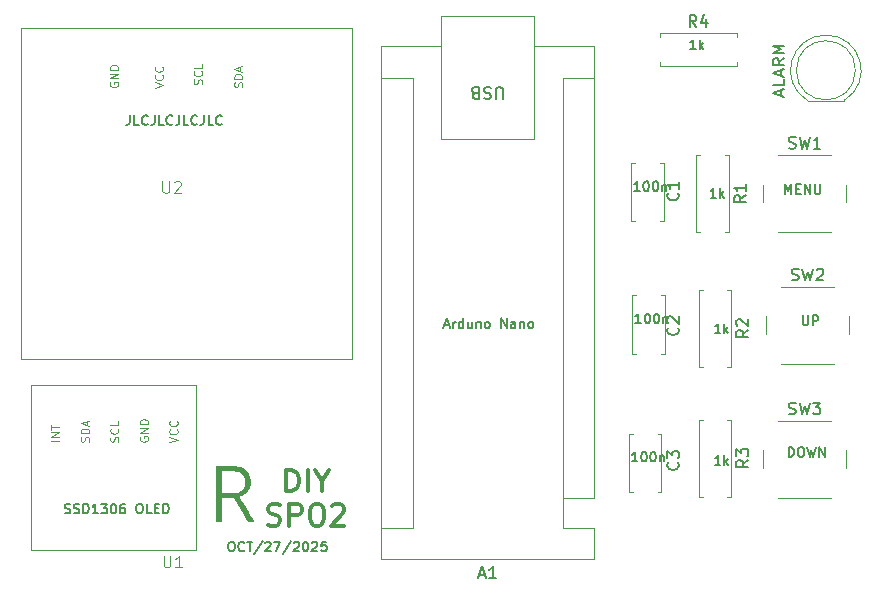
<source format=gto>
G04 #@! TF.GenerationSoftware,KiCad,Pcbnew,8.0.5*
G04 #@! TF.CreationDate,2024-10-27T13:37:53-04:00*
G04 #@! TF.ProjectId,Project1,50726f6a-6563-4743-912e-6b696361645f,rev?*
G04 #@! TF.SameCoordinates,Original*
G04 #@! TF.FileFunction,Legend,Top*
G04 #@! TF.FilePolarity,Positive*
%FSLAX46Y46*%
G04 Gerber Fmt 4.6, Leading zero omitted, Abs format (unit mm)*
G04 Created by KiCad (PCBNEW 8.0.5) date 2024-10-27 13:37:53*
%MOMM*%
%LPD*%
G01*
G04 APERTURE LIST*
%ADD10C,0.152400*%
%ADD11C,0.300000*%
%ADD12C,0.150000*%
%ADD13C,0.100000*%
%ADD14C,0.000000*%
%ADD15C,0.120000*%
%ADD16C,2.000000*%
%ADD17C,1.600000*%
%ADD18O,1.600000X1.600000*%
%ADD19R,1.800000X1.800000*%
%ADD20C,1.800000*%
%ADD21C,1.524000*%
%ADD22R,1.524000X1.524000*%
%ADD23R,1.600000X1.600000*%
G04 APERTURE END LIST*
D10*
X136776015Y-55779803D02*
X136776015Y-56360375D01*
X136776015Y-56360375D02*
X136737310Y-56476489D01*
X136737310Y-56476489D02*
X136659901Y-56553899D01*
X136659901Y-56553899D02*
X136543786Y-56592603D01*
X136543786Y-56592603D02*
X136466377Y-56592603D01*
X137550110Y-56592603D02*
X137163062Y-56592603D01*
X137163062Y-56592603D02*
X137163062Y-55779803D01*
X138285500Y-56515194D02*
X138246796Y-56553899D01*
X138246796Y-56553899D02*
X138130681Y-56592603D01*
X138130681Y-56592603D02*
X138053272Y-56592603D01*
X138053272Y-56592603D02*
X137937158Y-56553899D01*
X137937158Y-56553899D02*
X137859748Y-56476489D01*
X137859748Y-56476489D02*
X137821043Y-56399079D01*
X137821043Y-56399079D02*
X137782339Y-56244260D01*
X137782339Y-56244260D02*
X137782339Y-56128146D01*
X137782339Y-56128146D02*
X137821043Y-55973327D01*
X137821043Y-55973327D02*
X137859748Y-55895918D01*
X137859748Y-55895918D02*
X137937158Y-55818508D01*
X137937158Y-55818508D02*
X138053272Y-55779803D01*
X138053272Y-55779803D02*
X138130681Y-55779803D01*
X138130681Y-55779803D02*
X138246796Y-55818508D01*
X138246796Y-55818508D02*
X138285500Y-55857213D01*
X138866072Y-55779803D02*
X138866072Y-56360375D01*
X138866072Y-56360375D02*
X138827367Y-56476489D01*
X138827367Y-56476489D02*
X138749958Y-56553899D01*
X138749958Y-56553899D02*
X138633843Y-56592603D01*
X138633843Y-56592603D02*
X138556434Y-56592603D01*
X139640167Y-56592603D02*
X139253119Y-56592603D01*
X139253119Y-56592603D02*
X139253119Y-55779803D01*
X140375557Y-56515194D02*
X140336853Y-56553899D01*
X140336853Y-56553899D02*
X140220738Y-56592603D01*
X140220738Y-56592603D02*
X140143329Y-56592603D01*
X140143329Y-56592603D02*
X140027215Y-56553899D01*
X140027215Y-56553899D02*
X139949805Y-56476489D01*
X139949805Y-56476489D02*
X139911100Y-56399079D01*
X139911100Y-56399079D02*
X139872396Y-56244260D01*
X139872396Y-56244260D02*
X139872396Y-56128146D01*
X139872396Y-56128146D02*
X139911100Y-55973327D01*
X139911100Y-55973327D02*
X139949805Y-55895918D01*
X139949805Y-55895918D02*
X140027215Y-55818508D01*
X140027215Y-55818508D02*
X140143329Y-55779803D01*
X140143329Y-55779803D02*
X140220738Y-55779803D01*
X140220738Y-55779803D02*
X140336853Y-55818508D01*
X140336853Y-55818508D02*
X140375557Y-55857213D01*
X140956129Y-55779803D02*
X140956129Y-56360375D01*
X140956129Y-56360375D02*
X140917424Y-56476489D01*
X140917424Y-56476489D02*
X140840015Y-56553899D01*
X140840015Y-56553899D02*
X140723900Y-56592603D01*
X140723900Y-56592603D02*
X140646491Y-56592603D01*
X141730224Y-56592603D02*
X141343176Y-56592603D01*
X141343176Y-56592603D02*
X141343176Y-55779803D01*
X142465614Y-56515194D02*
X142426910Y-56553899D01*
X142426910Y-56553899D02*
X142310795Y-56592603D01*
X142310795Y-56592603D02*
X142233386Y-56592603D01*
X142233386Y-56592603D02*
X142117272Y-56553899D01*
X142117272Y-56553899D02*
X142039862Y-56476489D01*
X142039862Y-56476489D02*
X142001157Y-56399079D01*
X142001157Y-56399079D02*
X141962453Y-56244260D01*
X141962453Y-56244260D02*
X141962453Y-56128146D01*
X141962453Y-56128146D02*
X142001157Y-55973327D01*
X142001157Y-55973327D02*
X142039862Y-55895918D01*
X142039862Y-55895918D02*
X142117272Y-55818508D01*
X142117272Y-55818508D02*
X142233386Y-55779803D01*
X142233386Y-55779803D02*
X142310795Y-55779803D01*
X142310795Y-55779803D02*
X142426910Y-55818508D01*
X142426910Y-55818508D02*
X142465614Y-55857213D01*
X143046186Y-55779803D02*
X143046186Y-56360375D01*
X143046186Y-56360375D02*
X143007481Y-56476489D01*
X143007481Y-56476489D02*
X142930072Y-56553899D01*
X142930072Y-56553899D02*
X142813957Y-56592603D01*
X142813957Y-56592603D02*
X142736548Y-56592603D01*
X143820281Y-56592603D02*
X143433233Y-56592603D01*
X143433233Y-56592603D02*
X143433233Y-55779803D01*
X144555671Y-56515194D02*
X144516967Y-56553899D01*
X144516967Y-56553899D02*
X144400852Y-56592603D01*
X144400852Y-56592603D02*
X144323443Y-56592603D01*
X144323443Y-56592603D02*
X144207329Y-56553899D01*
X144207329Y-56553899D02*
X144129919Y-56476489D01*
X144129919Y-56476489D02*
X144091214Y-56399079D01*
X144091214Y-56399079D02*
X144052510Y-56244260D01*
X144052510Y-56244260D02*
X144052510Y-56128146D01*
X144052510Y-56128146D02*
X144091214Y-55973327D01*
X144091214Y-55973327D02*
X144129919Y-55895918D01*
X144129919Y-55895918D02*
X144207329Y-55818508D01*
X144207329Y-55818508D02*
X144323443Y-55779803D01*
X144323443Y-55779803D02*
X144400852Y-55779803D01*
X144400852Y-55779803D02*
X144516967Y-55818508D01*
X144516967Y-55818508D02*
X144555671Y-55857213D01*
X145298605Y-91879803D02*
X145453424Y-91879803D01*
X145453424Y-91879803D02*
X145530834Y-91918508D01*
X145530834Y-91918508D02*
X145608243Y-91995918D01*
X145608243Y-91995918D02*
X145646948Y-92150737D01*
X145646948Y-92150737D02*
X145646948Y-92421670D01*
X145646948Y-92421670D02*
X145608243Y-92576489D01*
X145608243Y-92576489D02*
X145530834Y-92653899D01*
X145530834Y-92653899D02*
X145453424Y-92692603D01*
X145453424Y-92692603D02*
X145298605Y-92692603D01*
X145298605Y-92692603D02*
X145221196Y-92653899D01*
X145221196Y-92653899D02*
X145143786Y-92576489D01*
X145143786Y-92576489D02*
X145105082Y-92421670D01*
X145105082Y-92421670D02*
X145105082Y-92150737D01*
X145105082Y-92150737D02*
X145143786Y-91995918D01*
X145143786Y-91995918D02*
X145221196Y-91918508D01*
X145221196Y-91918508D02*
X145298605Y-91879803D01*
X146459748Y-92615194D02*
X146421044Y-92653899D01*
X146421044Y-92653899D02*
X146304929Y-92692603D01*
X146304929Y-92692603D02*
X146227520Y-92692603D01*
X146227520Y-92692603D02*
X146111406Y-92653899D01*
X146111406Y-92653899D02*
X146033996Y-92576489D01*
X146033996Y-92576489D02*
X145995291Y-92499079D01*
X145995291Y-92499079D02*
X145956587Y-92344260D01*
X145956587Y-92344260D02*
X145956587Y-92228146D01*
X145956587Y-92228146D02*
X145995291Y-92073327D01*
X145995291Y-92073327D02*
X146033996Y-91995918D01*
X146033996Y-91995918D02*
X146111406Y-91918508D01*
X146111406Y-91918508D02*
X146227520Y-91879803D01*
X146227520Y-91879803D02*
X146304929Y-91879803D01*
X146304929Y-91879803D02*
X146421044Y-91918508D01*
X146421044Y-91918508D02*
X146459748Y-91957213D01*
X146691977Y-91879803D02*
X147156434Y-91879803D01*
X146924206Y-92692603D02*
X146924206Y-91879803D01*
X148007939Y-91841099D02*
X147311253Y-92886127D01*
X148240168Y-91957213D02*
X148278872Y-91918508D01*
X148278872Y-91918508D02*
X148356282Y-91879803D01*
X148356282Y-91879803D02*
X148549806Y-91879803D01*
X148549806Y-91879803D02*
X148627215Y-91918508D01*
X148627215Y-91918508D02*
X148665920Y-91957213D01*
X148665920Y-91957213D02*
X148704625Y-92034622D01*
X148704625Y-92034622D02*
X148704625Y-92112032D01*
X148704625Y-92112032D02*
X148665920Y-92228146D01*
X148665920Y-92228146D02*
X148201463Y-92692603D01*
X148201463Y-92692603D02*
X148704625Y-92692603D01*
X148975558Y-91879803D02*
X149517424Y-91879803D01*
X149517424Y-91879803D02*
X149169082Y-92692603D01*
X150407634Y-91841099D02*
X149710948Y-92886127D01*
X150639863Y-91957213D02*
X150678567Y-91918508D01*
X150678567Y-91918508D02*
X150755977Y-91879803D01*
X150755977Y-91879803D02*
X150949501Y-91879803D01*
X150949501Y-91879803D02*
X151026910Y-91918508D01*
X151026910Y-91918508D02*
X151065615Y-91957213D01*
X151065615Y-91957213D02*
X151104320Y-92034622D01*
X151104320Y-92034622D02*
X151104320Y-92112032D01*
X151104320Y-92112032D02*
X151065615Y-92228146D01*
X151065615Y-92228146D02*
X150601158Y-92692603D01*
X150601158Y-92692603D02*
X151104320Y-92692603D01*
X151607481Y-91879803D02*
X151684891Y-91879803D01*
X151684891Y-91879803D02*
X151762300Y-91918508D01*
X151762300Y-91918508D02*
X151801005Y-91957213D01*
X151801005Y-91957213D02*
X151839710Y-92034622D01*
X151839710Y-92034622D02*
X151878415Y-92189441D01*
X151878415Y-92189441D02*
X151878415Y-92382965D01*
X151878415Y-92382965D02*
X151839710Y-92537784D01*
X151839710Y-92537784D02*
X151801005Y-92615194D01*
X151801005Y-92615194D02*
X151762300Y-92653899D01*
X151762300Y-92653899D02*
X151684891Y-92692603D01*
X151684891Y-92692603D02*
X151607481Y-92692603D01*
X151607481Y-92692603D02*
X151530072Y-92653899D01*
X151530072Y-92653899D02*
X151491367Y-92615194D01*
X151491367Y-92615194D02*
X151452662Y-92537784D01*
X151452662Y-92537784D02*
X151413958Y-92382965D01*
X151413958Y-92382965D02*
X151413958Y-92189441D01*
X151413958Y-92189441D02*
X151452662Y-92034622D01*
X151452662Y-92034622D02*
X151491367Y-91957213D01*
X151491367Y-91957213D02*
X151530072Y-91918508D01*
X151530072Y-91918508D02*
X151607481Y-91879803D01*
X152188053Y-91957213D02*
X152226757Y-91918508D01*
X152226757Y-91918508D02*
X152304167Y-91879803D01*
X152304167Y-91879803D02*
X152497691Y-91879803D01*
X152497691Y-91879803D02*
X152575100Y-91918508D01*
X152575100Y-91918508D02*
X152613805Y-91957213D01*
X152613805Y-91957213D02*
X152652510Y-92034622D01*
X152652510Y-92034622D02*
X152652510Y-92112032D01*
X152652510Y-92112032D02*
X152613805Y-92228146D01*
X152613805Y-92228146D02*
X152149348Y-92692603D01*
X152149348Y-92692603D02*
X152652510Y-92692603D01*
X153387900Y-91879803D02*
X153000852Y-91879803D01*
X153000852Y-91879803D02*
X152962148Y-92266851D01*
X152962148Y-92266851D02*
X153000852Y-92228146D01*
X153000852Y-92228146D02*
X153078262Y-92189441D01*
X153078262Y-92189441D02*
X153271786Y-92189441D01*
X153271786Y-92189441D02*
X153349195Y-92228146D01*
X153349195Y-92228146D02*
X153387900Y-92266851D01*
X153387900Y-92266851D02*
X153426605Y-92344260D01*
X153426605Y-92344260D02*
X153426605Y-92537784D01*
X153426605Y-92537784D02*
X153387900Y-92615194D01*
X153387900Y-92615194D02*
X153349195Y-92653899D01*
X153349195Y-92653899D02*
X153271786Y-92692603D01*
X153271786Y-92692603D02*
X153078262Y-92692603D01*
X153078262Y-92692603D02*
X153000852Y-92653899D01*
X153000852Y-92653899D02*
X152962148Y-92615194D01*
D11*
X150028571Y-87616215D02*
X150028571Y-85816215D01*
X150028571Y-85816215D02*
X150457142Y-85816215D01*
X150457142Y-85816215D02*
X150714285Y-85901929D01*
X150714285Y-85901929D02*
X150885714Y-86073358D01*
X150885714Y-86073358D02*
X150971428Y-86244786D01*
X150971428Y-86244786D02*
X151057142Y-86587643D01*
X151057142Y-86587643D02*
X151057142Y-86844786D01*
X151057142Y-86844786D02*
X150971428Y-87187643D01*
X150971428Y-87187643D02*
X150885714Y-87359072D01*
X150885714Y-87359072D02*
X150714285Y-87530501D01*
X150714285Y-87530501D02*
X150457142Y-87616215D01*
X150457142Y-87616215D02*
X150028571Y-87616215D01*
X151828571Y-87616215D02*
X151828571Y-85816215D01*
X153028571Y-86759072D02*
X153028571Y-87616215D01*
X152428571Y-85816215D02*
X153028571Y-86759072D01*
X153028571Y-86759072D02*
X153628571Y-85816215D01*
X148485714Y-90428400D02*
X148742857Y-90514114D01*
X148742857Y-90514114D02*
X149171428Y-90514114D01*
X149171428Y-90514114D02*
X149342857Y-90428400D01*
X149342857Y-90428400D02*
X149428571Y-90342685D01*
X149428571Y-90342685D02*
X149514285Y-90171257D01*
X149514285Y-90171257D02*
X149514285Y-89999828D01*
X149514285Y-89999828D02*
X149428571Y-89828400D01*
X149428571Y-89828400D02*
X149342857Y-89742685D01*
X149342857Y-89742685D02*
X149171428Y-89656971D01*
X149171428Y-89656971D02*
X148828571Y-89571257D01*
X148828571Y-89571257D02*
X148657142Y-89485542D01*
X148657142Y-89485542D02*
X148571428Y-89399828D01*
X148571428Y-89399828D02*
X148485714Y-89228400D01*
X148485714Y-89228400D02*
X148485714Y-89056971D01*
X148485714Y-89056971D02*
X148571428Y-88885542D01*
X148571428Y-88885542D02*
X148657142Y-88799828D01*
X148657142Y-88799828D02*
X148828571Y-88714114D01*
X148828571Y-88714114D02*
X149257142Y-88714114D01*
X149257142Y-88714114D02*
X149514285Y-88799828D01*
X150285714Y-90514114D02*
X150285714Y-88714114D01*
X150285714Y-88714114D02*
X150971428Y-88714114D01*
X150971428Y-88714114D02*
X151142857Y-88799828D01*
X151142857Y-88799828D02*
X151228571Y-88885542D01*
X151228571Y-88885542D02*
X151314285Y-89056971D01*
X151314285Y-89056971D02*
X151314285Y-89314114D01*
X151314285Y-89314114D02*
X151228571Y-89485542D01*
X151228571Y-89485542D02*
X151142857Y-89571257D01*
X151142857Y-89571257D02*
X150971428Y-89656971D01*
X150971428Y-89656971D02*
X150285714Y-89656971D01*
X152428571Y-88714114D02*
X152771428Y-88714114D01*
X152771428Y-88714114D02*
X152942857Y-88799828D01*
X152942857Y-88799828D02*
X153114285Y-88971257D01*
X153114285Y-88971257D02*
X153200000Y-89314114D01*
X153200000Y-89314114D02*
X153200000Y-89914114D01*
X153200000Y-89914114D02*
X153114285Y-90256971D01*
X153114285Y-90256971D02*
X152942857Y-90428400D01*
X152942857Y-90428400D02*
X152771428Y-90514114D01*
X152771428Y-90514114D02*
X152428571Y-90514114D01*
X152428571Y-90514114D02*
X152257143Y-90428400D01*
X152257143Y-90428400D02*
X152085714Y-90256971D01*
X152085714Y-90256971D02*
X152000000Y-89914114D01*
X152000000Y-89914114D02*
X152000000Y-89314114D01*
X152000000Y-89314114D02*
X152085714Y-88971257D01*
X152085714Y-88971257D02*
X152257143Y-88799828D01*
X152257143Y-88799828D02*
X152428571Y-88714114D01*
X153885714Y-88885542D02*
X153971428Y-88799828D01*
X153971428Y-88799828D02*
X154142857Y-88714114D01*
X154142857Y-88714114D02*
X154571428Y-88714114D01*
X154571428Y-88714114D02*
X154742857Y-88799828D01*
X154742857Y-88799828D02*
X154828571Y-88885542D01*
X154828571Y-88885542D02*
X154914285Y-89056971D01*
X154914285Y-89056971D02*
X154914285Y-89228400D01*
X154914285Y-89228400D02*
X154828571Y-89485542D01*
X154828571Y-89485542D02*
X153799999Y-90514114D01*
X153799999Y-90514114D02*
X154914285Y-90514114D01*
D10*
X163405082Y-73560375D02*
X163792129Y-73560375D01*
X163327672Y-73792603D02*
X163598605Y-72979803D01*
X163598605Y-72979803D02*
X163869539Y-73792603D01*
X164140472Y-73792603D02*
X164140472Y-73250737D01*
X164140472Y-73405556D02*
X164179177Y-73328146D01*
X164179177Y-73328146D02*
X164217882Y-73289441D01*
X164217882Y-73289441D02*
X164295291Y-73250737D01*
X164295291Y-73250737D02*
X164372701Y-73250737D01*
X164991977Y-73792603D02*
X164991977Y-72979803D01*
X164991977Y-73753899D02*
X164914568Y-73792603D01*
X164914568Y-73792603D02*
X164759749Y-73792603D01*
X164759749Y-73792603D02*
X164682339Y-73753899D01*
X164682339Y-73753899D02*
X164643634Y-73715194D01*
X164643634Y-73715194D02*
X164604930Y-73637784D01*
X164604930Y-73637784D02*
X164604930Y-73405556D01*
X164604930Y-73405556D02*
X164643634Y-73328146D01*
X164643634Y-73328146D02*
X164682339Y-73289441D01*
X164682339Y-73289441D02*
X164759749Y-73250737D01*
X164759749Y-73250737D02*
X164914568Y-73250737D01*
X164914568Y-73250737D02*
X164991977Y-73289441D01*
X165727367Y-73250737D02*
X165727367Y-73792603D01*
X165379024Y-73250737D02*
X165379024Y-73676489D01*
X165379024Y-73676489D02*
X165417729Y-73753899D01*
X165417729Y-73753899D02*
X165495139Y-73792603D01*
X165495139Y-73792603D02*
X165611253Y-73792603D01*
X165611253Y-73792603D02*
X165688662Y-73753899D01*
X165688662Y-73753899D02*
X165727367Y-73715194D01*
X166114414Y-73250737D02*
X166114414Y-73792603D01*
X166114414Y-73328146D02*
X166153119Y-73289441D01*
X166153119Y-73289441D02*
X166230529Y-73250737D01*
X166230529Y-73250737D02*
X166346643Y-73250737D01*
X166346643Y-73250737D02*
X166424052Y-73289441D01*
X166424052Y-73289441D02*
X166462757Y-73366851D01*
X166462757Y-73366851D02*
X166462757Y-73792603D01*
X166965919Y-73792603D02*
X166888509Y-73753899D01*
X166888509Y-73753899D02*
X166849804Y-73715194D01*
X166849804Y-73715194D02*
X166811100Y-73637784D01*
X166811100Y-73637784D02*
X166811100Y-73405556D01*
X166811100Y-73405556D02*
X166849804Y-73328146D01*
X166849804Y-73328146D02*
X166888509Y-73289441D01*
X166888509Y-73289441D02*
X166965919Y-73250737D01*
X166965919Y-73250737D02*
X167082033Y-73250737D01*
X167082033Y-73250737D02*
X167159442Y-73289441D01*
X167159442Y-73289441D02*
X167198147Y-73328146D01*
X167198147Y-73328146D02*
X167236852Y-73405556D01*
X167236852Y-73405556D02*
X167236852Y-73637784D01*
X167236852Y-73637784D02*
X167198147Y-73715194D01*
X167198147Y-73715194D02*
X167159442Y-73753899D01*
X167159442Y-73753899D02*
X167082033Y-73792603D01*
X167082033Y-73792603D02*
X166965919Y-73792603D01*
X168204470Y-73792603D02*
X168204470Y-72979803D01*
X168204470Y-72979803D02*
X168668927Y-73792603D01*
X168668927Y-73792603D02*
X168668927Y-72979803D01*
X169404318Y-73792603D02*
X169404318Y-73366851D01*
X169404318Y-73366851D02*
X169365613Y-73289441D01*
X169365613Y-73289441D02*
X169288204Y-73250737D01*
X169288204Y-73250737D02*
X169133385Y-73250737D01*
X169133385Y-73250737D02*
X169055975Y-73289441D01*
X169404318Y-73753899D02*
X169326909Y-73792603D01*
X169326909Y-73792603D02*
X169133385Y-73792603D01*
X169133385Y-73792603D02*
X169055975Y-73753899D01*
X169055975Y-73753899D02*
X169017271Y-73676489D01*
X169017271Y-73676489D02*
X169017271Y-73599079D01*
X169017271Y-73599079D02*
X169055975Y-73521670D01*
X169055975Y-73521670D02*
X169133385Y-73482965D01*
X169133385Y-73482965D02*
X169326909Y-73482965D01*
X169326909Y-73482965D02*
X169404318Y-73444260D01*
X169791365Y-73250737D02*
X169791365Y-73792603D01*
X169791365Y-73328146D02*
X169830070Y-73289441D01*
X169830070Y-73289441D02*
X169907480Y-73250737D01*
X169907480Y-73250737D02*
X170023594Y-73250737D01*
X170023594Y-73250737D02*
X170101003Y-73289441D01*
X170101003Y-73289441D02*
X170139708Y-73366851D01*
X170139708Y-73366851D02*
X170139708Y-73792603D01*
X170642870Y-73792603D02*
X170565460Y-73753899D01*
X170565460Y-73753899D02*
X170526755Y-73715194D01*
X170526755Y-73715194D02*
X170488051Y-73637784D01*
X170488051Y-73637784D02*
X170488051Y-73405556D01*
X170488051Y-73405556D02*
X170526755Y-73328146D01*
X170526755Y-73328146D02*
X170565460Y-73289441D01*
X170565460Y-73289441D02*
X170642870Y-73250737D01*
X170642870Y-73250737D02*
X170758984Y-73250737D01*
X170758984Y-73250737D02*
X170836393Y-73289441D01*
X170836393Y-73289441D02*
X170875098Y-73328146D01*
X170875098Y-73328146D02*
X170913803Y-73405556D01*
X170913803Y-73405556D02*
X170913803Y-73637784D01*
X170913803Y-73637784D02*
X170875098Y-73715194D01*
X170875098Y-73715194D02*
X170836393Y-73753899D01*
X170836393Y-73753899D02*
X170758984Y-73792603D01*
X170758984Y-73792603D02*
X170642870Y-73792603D01*
X192543786Y-84692603D02*
X192543786Y-83879803D01*
X192543786Y-83879803D02*
X192737310Y-83879803D01*
X192737310Y-83879803D02*
X192853424Y-83918508D01*
X192853424Y-83918508D02*
X192930834Y-83995918D01*
X192930834Y-83995918D02*
X192969539Y-84073327D01*
X192969539Y-84073327D02*
X193008243Y-84228146D01*
X193008243Y-84228146D02*
X193008243Y-84344260D01*
X193008243Y-84344260D02*
X192969539Y-84499079D01*
X192969539Y-84499079D02*
X192930834Y-84576489D01*
X192930834Y-84576489D02*
X192853424Y-84653899D01*
X192853424Y-84653899D02*
X192737310Y-84692603D01*
X192737310Y-84692603D02*
X192543786Y-84692603D01*
X193511405Y-83879803D02*
X193666224Y-83879803D01*
X193666224Y-83879803D02*
X193743634Y-83918508D01*
X193743634Y-83918508D02*
X193821043Y-83995918D01*
X193821043Y-83995918D02*
X193859748Y-84150737D01*
X193859748Y-84150737D02*
X193859748Y-84421670D01*
X193859748Y-84421670D02*
X193821043Y-84576489D01*
X193821043Y-84576489D02*
X193743634Y-84653899D01*
X193743634Y-84653899D02*
X193666224Y-84692603D01*
X193666224Y-84692603D02*
X193511405Y-84692603D01*
X193511405Y-84692603D02*
X193433996Y-84653899D01*
X193433996Y-84653899D02*
X193356586Y-84576489D01*
X193356586Y-84576489D02*
X193317882Y-84421670D01*
X193317882Y-84421670D02*
X193317882Y-84150737D01*
X193317882Y-84150737D02*
X193356586Y-83995918D01*
X193356586Y-83995918D02*
X193433996Y-83918508D01*
X193433996Y-83918508D02*
X193511405Y-83879803D01*
X194130682Y-83879803D02*
X194324206Y-84692603D01*
X194324206Y-84692603D02*
X194479025Y-84112032D01*
X194479025Y-84112032D02*
X194633844Y-84692603D01*
X194633844Y-84692603D02*
X194827368Y-83879803D01*
X195137005Y-84692603D02*
X195137005Y-83879803D01*
X195137005Y-83879803D02*
X195601462Y-84692603D01*
X195601462Y-84692603D02*
X195601462Y-83879803D01*
X193743786Y-72729803D02*
X193743786Y-73387784D01*
X193743786Y-73387784D02*
X193782491Y-73465194D01*
X193782491Y-73465194D02*
X193821196Y-73503899D01*
X193821196Y-73503899D02*
X193898605Y-73542603D01*
X193898605Y-73542603D02*
X194053424Y-73542603D01*
X194053424Y-73542603D02*
X194130834Y-73503899D01*
X194130834Y-73503899D02*
X194169539Y-73465194D01*
X194169539Y-73465194D02*
X194208243Y-73387784D01*
X194208243Y-73387784D02*
X194208243Y-72729803D01*
X194595291Y-73542603D02*
X194595291Y-72729803D01*
X194595291Y-72729803D02*
X194904929Y-72729803D01*
X194904929Y-72729803D02*
X194982339Y-72768508D01*
X194982339Y-72768508D02*
X195021044Y-72807213D01*
X195021044Y-72807213D02*
X195059748Y-72884622D01*
X195059748Y-72884622D02*
X195059748Y-73000737D01*
X195059748Y-73000737D02*
X195021044Y-73078146D01*
X195021044Y-73078146D02*
X194982339Y-73116851D01*
X194982339Y-73116851D02*
X194904929Y-73155556D01*
X194904929Y-73155556D02*
X194595291Y-73155556D01*
X192243786Y-62442603D02*
X192243786Y-61629803D01*
X192243786Y-61629803D02*
X192514720Y-62210375D01*
X192514720Y-62210375D02*
X192785653Y-61629803D01*
X192785653Y-61629803D02*
X192785653Y-62442603D01*
X193172700Y-62016851D02*
X193443634Y-62016851D01*
X193559748Y-62442603D02*
X193172700Y-62442603D01*
X193172700Y-62442603D02*
X193172700Y-61629803D01*
X193172700Y-61629803D02*
X193559748Y-61629803D01*
X193908090Y-62442603D02*
X193908090Y-61629803D01*
X193908090Y-61629803D02*
X194372547Y-62442603D01*
X194372547Y-62442603D02*
X194372547Y-61629803D01*
X194759595Y-61629803D02*
X194759595Y-62287784D01*
X194759595Y-62287784D02*
X194798300Y-62365194D01*
X194798300Y-62365194D02*
X194837005Y-62403899D01*
X194837005Y-62403899D02*
X194914414Y-62442603D01*
X194914414Y-62442603D02*
X195069233Y-62442603D01*
X195069233Y-62442603D02*
X195146643Y-62403899D01*
X195146643Y-62403899D02*
X195185348Y-62365194D01*
X195185348Y-62365194D02*
X195224052Y-62287784D01*
X195224052Y-62287784D02*
X195224052Y-61629803D01*
X179949539Y-62192603D02*
X179485082Y-62192603D01*
X179717310Y-62192603D02*
X179717310Y-61379803D01*
X179717310Y-61379803D02*
X179639901Y-61495918D01*
X179639901Y-61495918D02*
X179562491Y-61573327D01*
X179562491Y-61573327D02*
X179485082Y-61612032D01*
X180452700Y-61379803D02*
X180530110Y-61379803D01*
X180530110Y-61379803D02*
X180607519Y-61418508D01*
X180607519Y-61418508D02*
X180646224Y-61457213D01*
X180646224Y-61457213D02*
X180684929Y-61534622D01*
X180684929Y-61534622D02*
X180723634Y-61689441D01*
X180723634Y-61689441D02*
X180723634Y-61882965D01*
X180723634Y-61882965D02*
X180684929Y-62037784D01*
X180684929Y-62037784D02*
X180646224Y-62115194D01*
X180646224Y-62115194D02*
X180607519Y-62153899D01*
X180607519Y-62153899D02*
X180530110Y-62192603D01*
X180530110Y-62192603D02*
X180452700Y-62192603D01*
X180452700Y-62192603D02*
X180375291Y-62153899D01*
X180375291Y-62153899D02*
X180336586Y-62115194D01*
X180336586Y-62115194D02*
X180297881Y-62037784D01*
X180297881Y-62037784D02*
X180259177Y-61882965D01*
X180259177Y-61882965D02*
X180259177Y-61689441D01*
X180259177Y-61689441D02*
X180297881Y-61534622D01*
X180297881Y-61534622D02*
X180336586Y-61457213D01*
X180336586Y-61457213D02*
X180375291Y-61418508D01*
X180375291Y-61418508D02*
X180452700Y-61379803D01*
X181226795Y-61379803D02*
X181304205Y-61379803D01*
X181304205Y-61379803D02*
X181381614Y-61418508D01*
X181381614Y-61418508D02*
X181420319Y-61457213D01*
X181420319Y-61457213D02*
X181459024Y-61534622D01*
X181459024Y-61534622D02*
X181497729Y-61689441D01*
X181497729Y-61689441D02*
X181497729Y-61882965D01*
X181497729Y-61882965D02*
X181459024Y-62037784D01*
X181459024Y-62037784D02*
X181420319Y-62115194D01*
X181420319Y-62115194D02*
X181381614Y-62153899D01*
X181381614Y-62153899D02*
X181304205Y-62192603D01*
X181304205Y-62192603D02*
X181226795Y-62192603D01*
X181226795Y-62192603D02*
X181149386Y-62153899D01*
X181149386Y-62153899D02*
X181110681Y-62115194D01*
X181110681Y-62115194D02*
X181071976Y-62037784D01*
X181071976Y-62037784D02*
X181033272Y-61882965D01*
X181033272Y-61882965D02*
X181033272Y-61689441D01*
X181033272Y-61689441D02*
X181071976Y-61534622D01*
X181071976Y-61534622D02*
X181110681Y-61457213D01*
X181110681Y-61457213D02*
X181149386Y-61418508D01*
X181149386Y-61418508D02*
X181226795Y-61379803D01*
X181846071Y-61650737D02*
X181846071Y-62192603D01*
X181846071Y-61728146D02*
X181884776Y-61689441D01*
X181884776Y-61689441D02*
X181962186Y-61650737D01*
X181962186Y-61650737D02*
X182078300Y-61650737D01*
X182078300Y-61650737D02*
X182155709Y-61689441D01*
X182155709Y-61689441D02*
X182194414Y-61766851D01*
X182194414Y-61766851D02*
X182194414Y-62192603D01*
X180049539Y-73392603D02*
X179585082Y-73392603D01*
X179817310Y-73392603D02*
X179817310Y-72579803D01*
X179817310Y-72579803D02*
X179739901Y-72695918D01*
X179739901Y-72695918D02*
X179662491Y-72773327D01*
X179662491Y-72773327D02*
X179585082Y-72812032D01*
X180552700Y-72579803D02*
X180630110Y-72579803D01*
X180630110Y-72579803D02*
X180707519Y-72618508D01*
X180707519Y-72618508D02*
X180746224Y-72657213D01*
X180746224Y-72657213D02*
X180784929Y-72734622D01*
X180784929Y-72734622D02*
X180823634Y-72889441D01*
X180823634Y-72889441D02*
X180823634Y-73082965D01*
X180823634Y-73082965D02*
X180784929Y-73237784D01*
X180784929Y-73237784D02*
X180746224Y-73315194D01*
X180746224Y-73315194D02*
X180707519Y-73353899D01*
X180707519Y-73353899D02*
X180630110Y-73392603D01*
X180630110Y-73392603D02*
X180552700Y-73392603D01*
X180552700Y-73392603D02*
X180475291Y-73353899D01*
X180475291Y-73353899D02*
X180436586Y-73315194D01*
X180436586Y-73315194D02*
X180397881Y-73237784D01*
X180397881Y-73237784D02*
X180359177Y-73082965D01*
X180359177Y-73082965D02*
X180359177Y-72889441D01*
X180359177Y-72889441D02*
X180397881Y-72734622D01*
X180397881Y-72734622D02*
X180436586Y-72657213D01*
X180436586Y-72657213D02*
X180475291Y-72618508D01*
X180475291Y-72618508D02*
X180552700Y-72579803D01*
X181326795Y-72579803D02*
X181404205Y-72579803D01*
X181404205Y-72579803D02*
X181481614Y-72618508D01*
X181481614Y-72618508D02*
X181520319Y-72657213D01*
X181520319Y-72657213D02*
X181559024Y-72734622D01*
X181559024Y-72734622D02*
X181597729Y-72889441D01*
X181597729Y-72889441D02*
X181597729Y-73082965D01*
X181597729Y-73082965D02*
X181559024Y-73237784D01*
X181559024Y-73237784D02*
X181520319Y-73315194D01*
X181520319Y-73315194D02*
X181481614Y-73353899D01*
X181481614Y-73353899D02*
X181404205Y-73392603D01*
X181404205Y-73392603D02*
X181326795Y-73392603D01*
X181326795Y-73392603D02*
X181249386Y-73353899D01*
X181249386Y-73353899D02*
X181210681Y-73315194D01*
X181210681Y-73315194D02*
X181171976Y-73237784D01*
X181171976Y-73237784D02*
X181133272Y-73082965D01*
X181133272Y-73082965D02*
X181133272Y-72889441D01*
X181133272Y-72889441D02*
X181171976Y-72734622D01*
X181171976Y-72734622D02*
X181210681Y-72657213D01*
X181210681Y-72657213D02*
X181249386Y-72618508D01*
X181249386Y-72618508D02*
X181326795Y-72579803D01*
X181946071Y-72850737D02*
X181946071Y-73392603D01*
X181946071Y-72928146D02*
X181984776Y-72889441D01*
X181984776Y-72889441D02*
X182062186Y-72850737D01*
X182062186Y-72850737D02*
X182178300Y-72850737D01*
X182178300Y-72850737D02*
X182255709Y-72889441D01*
X182255709Y-72889441D02*
X182294414Y-72966851D01*
X182294414Y-72966851D02*
X182294414Y-73392603D01*
X179749539Y-85092603D02*
X179285082Y-85092603D01*
X179517310Y-85092603D02*
X179517310Y-84279803D01*
X179517310Y-84279803D02*
X179439901Y-84395918D01*
X179439901Y-84395918D02*
X179362491Y-84473327D01*
X179362491Y-84473327D02*
X179285082Y-84512032D01*
X180252700Y-84279803D02*
X180330110Y-84279803D01*
X180330110Y-84279803D02*
X180407519Y-84318508D01*
X180407519Y-84318508D02*
X180446224Y-84357213D01*
X180446224Y-84357213D02*
X180484929Y-84434622D01*
X180484929Y-84434622D02*
X180523634Y-84589441D01*
X180523634Y-84589441D02*
X180523634Y-84782965D01*
X180523634Y-84782965D02*
X180484929Y-84937784D01*
X180484929Y-84937784D02*
X180446224Y-85015194D01*
X180446224Y-85015194D02*
X180407519Y-85053899D01*
X180407519Y-85053899D02*
X180330110Y-85092603D01*
X180330110Y-85092603D02*
X180252700Y-85092603D01*
X180252700Y-85092603D02*
X180175291Y-85053899D01*
X180175291Y-85053899D02*
X180136586Y-85015194D01*
X180136586Y-85015194D02*
X180097881Y-84937784D01*
X180097881Y-84937784D02*
X180059177Y-84782965D01*
X180059177Y-84782965D02*
X180059177Y-84589441D01*
X180059177Y-84589441D02*
X180097881Y-84434622D01*
X180097881Y-84434622D02*
X180136586Y-84357213D01*
X180136586Y-84357213D02*
X180175291Y-84318508D01*
X180175291Y-84318508D02*
X180252700Y-84279803D01*
X181026795Y-84279803D02*
X181104205Y-84279803D01*
X181104205Y-84279803D02*
X181181614Y-84318508D01*
X181181614Y-84318508D02*
X181220319Y-84357213D01*
X181220319Y-84357213D02*
X181259024Y-84434622D01*
X181259024Y-84434622D02*
X181297729Y-84589441D01*
X181297729Y-84589441D02*
X181297729Y-84782965D01*
X181297729Y-84782965D02*
X181259024Y-84937784D01*
X181259024Y-84937784D02*
X181220319Y-85015194D01*
X181220319Y-85015194D02*
X181181614Y-85053899D01*
X181181614Y-85053899D02*
X181104205Y-85092603D01*
X181104205Y-85092603D02*
X181026795Y-85092603D01*
X181026795Y-85092603D02*
X180949386Y-85053899D01*
X180949386Y-85053899D02*
X180910681Y-85015194D01*
X180910681Y-85015194D02*
X180871976Y-84937784D01*
X180871976Y-84937784D02*
X180833272Y-84782965D01*
X180833272Y-84782965D02*
X180833272Y-84589441D01*
X180833272Y-84589441D02*
X180871976Y-84434622D01*
X180871976Y-84434622D02*
X180910681Y-84357213D01*
X180910681Y-84357213D02*
X180949386Y-84318508D01*
X180949386Y-84318508D02*
X181026795Y-84279803D01*
X181646071Y-84550737D02*
X181646071Y-85092603D01*
X181646071Y-84628146D02*
X181684776Y-84589441D01*
X181684776Y-84589441D02*
X181762186Y-84550737D01*
X181762186Y-84550737D02*
X181878300Y-84550737D01*
X181878300Y-84550737D02*
X181955709Y-84589441D01*
X181955709Y-84589441D02*
X181994414Y-84666851D01*
X181994414Y-84666851D02*
X181994414Y-85092603D01*
X186769539Y-85392603D02*
X186305082Y-85392603D01*
X186537310Y-85392603D02*
X186537310Y-84579803D01*
X186537310Y-84579803D02*
X186459901Y-84695918D01*
X186459901Y-84695918D02*
X186382491Y-84773327D01*
X186382491Y-84773327D02*
X186305082Y-84812032D01*
X187117881Y-85392603D02*
X187117881Y-84579803D01*
X187195291Y-85082965D02*
X187427519Y-85392603D01*
X187427519Y-84850737D02*
X187117881Y-85160375D01*
X186769539Y-74242603D02*
X186305082Y-74242603D01*
X186537310Y-74242603D02*
X186537310Y-73429803D01*
X186537310Y-73429803D02*
X186459901Y-73545918D01*
X186459901Y-73545918D02*
X186382491Y-73623327D01*
X186382491Y-73623327D02*
X186305082Y-73662032D01*
X187117881Y-74242603D02*
X187117881Y-73429803D01*
X187195291Y-73932965D02*
X187427519Y-74242603D01*
X187427519Y-73700737D02*
X187117881Y-74010375D01*
X186419539Y-62742603D02*
X185955082Y-62742603D01*
X186187310Y-62742603D02*
X186187310Y-61929803D01*
X186187310Y-61929803D02*
X186109901Y-62045918D01*
X186109901Y-62045918D02*
X186032491Y-62123327D01*
X186032491Y-62123327D02*
X185955082Y-62162032D01*
X186767881Y-62742603D02*
X186767881Y-61929803D01*
X186845291Y-62432965D02*
X187077519Y-62742603D01*
X187077519Y-62200737D02*
X186767881Y-62510375D01*
X184669539Y-50192603D02*
X184205082Y-50192603D01*
X184437310Y-50192603D02*
X184437310Y-49379803D01*
X184437310Y-49379803D02*
X184359901Y-49495918D01*
X184359901Y-49495918D02*
X184282491Y-49573327D01*
X184282491Y-49573327D02*
X184205082Y-49612032D01*
X185017881Y-50192603D02*
X185017881Y-49379803D01*
X185095291Y-49882965D02*
X185327519Y-50192603D01*
X185327519Y-49650737D02*
X185017881Y-49960375D01*
X131255082Y-89453899D02*
X131371196Y-89492603D01*
X131371196Y-89492603D02*
X131564720Y-89492603D01*
X131564720Y-89492603D02*
X131642129Y-89453899D01*
X131642129Y-89453899D02*
X131680834Y-89415194D01*
X131680834Y-89415194D02*
X131719539Y-89337784D01*
X131719539Y-89337784D02*
X131719539Y-89260375D01*
X131719539Y-89260375D02*
X131680834Y-89182965D01*
X131680834Y-89182965D02*
X131642129Y-89144260D01*
X131642129Y-89144260D02*
X131564720Y-89105556D01*
X131564720Y-89105556D02*
X131409901Y-89066851D01*
X131409901Y-89066851D02*
X131332491Y-89028146D01*
X131332491Y-89028146D02*
X131293786Y-88989441D01*
X131293786Y-88989441D02*
X131255082Y-88912032D01*
X131255082Y-88912032D02*
X131255082Y-88834622D01*
X131255082Y-88834622D02*
X131293786Y-88757213D01*
X131293786Y-88757213D02*
X131332491Y-88718508D01*
X131332491Y-88718508D02*
X131409901Y-88679803D01*
X131409901Y-88679803D02*
X131603424Y-88679803D01*
X131603424Y-88679803D02*
X131719539Y-88718508D01*
X132029177Y-89453899D02*
X132145291Y-89492603D01*
X132145291Y-89492603D02*
X132338815Y-89492603D01*
X132338815Y-89492603D02*
X132416224Y-89453899D01*
X132416224Y-89453899D02*
X132454929Y-89415194D01*
X132454929Y-89415194D02*
X132493634Y-89337784D01*
X132493634Y-89337784D02*
X132493634Y-89260375D01*
X132493634Y-89260375D02*
X132454929Y-89182965D01*
X132454929Y-89182965D02*
X132416224Y-89144260D01*
X132416224Y-89144260D02*
X132338815Y-89105556D01*
X132338815Y-89105556D02*
X132183996Y-89066851D01*
X132183996Y-89066851D02*
X132106586Y-89028146D01*
X132106586Y-89028146D02*
X132067881Y-88989441D01*
X132067881Y-88989441D02*
X132029177Y-88912032D01*
X132029177Y-88912032D02*
X132029177Y-88834622D01*
X132029177Y-88834622D02*
X132067881Y-88757213D01*
X132067881Y-88757213D02*
X132106586Y-88718508D01*
X132106586Y-88718508D02*
X132183996Y-88679803D01*
X132183996Y-88679803D02*
X132377519Y-88679803D01*
X132377519Y-88679803D02*
X132493634Y-88718508D01*
X132841976Y-89492603D02*
X132841976Y-88679803D01*
X132841976Y-88679803D02*
X133035500Y-88679803D01*
X133035500Y-88679803D02*
X133151614Y-88718508D01*
X133151614Y-88718508D02*
X133229024Y-88795918D01*
X133229024Y-88795918D02*
X133267729Y-88873327D01*
X133267729Y-88873327D02*
X133306433Y-89028146D01*
X133306433Y-89028146D02*
X133306433Y-89144260D01*
X133306433Y-89144260D02*
X133267729Y-89299079D01*
X133267729Y-89299079D02*
X133229024Y-89376489D01*
X133229024Y-89376489D02*
X133151614Y-89453899D01*
X133151614Y-89453899D02*
X133035500Y-89492603D01*
X133035500Y-89492603D02*
X132841976Y-89492603D01*
X134080529Y-89492603D02*
X133616072Y-89492603D01*
X133848300Y-89492603D02*
X133848300Y-88679803D01*
X133848300Y-88679803D02*
X133770891Y-88795918D01*
X133770891Y-88795918D02*
X133693481Y-88873327D01*
X133693481Y-88873327D02*
X133616072Y-88912032D01*
X134351462Y-88679803D02*
X134854624Y-88679803D01*
X134854624Y-88679803D02*
X134583690Y-88989441D01*
X134583690Y-88989441D02*
X134699805Y-88989441D01*
X134699805Y-88989441D02*
X134777214Y-89028146D01*
X134777214Y-89028146D02*
X134815919Y-89066851D01*
X134815919Y-89066851D02*
X134854624Y-89144260D01*
X134854624Y-89144260D02*
X134854624Y-89337784D01*
X134854624Y-89337784D02*
X134815919Y-89415194D01*
X134815919Y-89415194D02*
X134777214Y-89453899D01*
X134777214Y-89453899D02*
X134699805Y-89492603D01*
X134699805Y-89492603D02*
X134467576Y-89492603D01*
X134467576Y-89492603D02*
X134390167Y-89453899D01*
X134390167Y-89453899D02*
X134351462Y-89415194D01*
X135357785Y-88679803D02*
X135435195Y-88679803D01*
X135435195Y-88679803D02*
X135512604Y-88718508D01*
X135512604Y-88718508D02*
X135551309Y-88757213D01*
X135551309Y-88757213D02*
X135590014Y-88834622D01*
X135590014Y-88834622D02*
X135628719Y-88989441D01*
X135628719Y-88989441D02*
X135628719Y-89182965D01*
X135628719Y-89182965D02*
X135590014Y-89337784D01*
X135590014Y-89337784D02*
X135551309Y-89415194D01*
X135551309Y-89415194D02*
X135512604Y-89453899D01*
X135512604Y-89453899D02*
X135435195Y-89492603D01*
X135435195Y-89492603D02*
X135357785Y-89492603D01*
X135357785Y-89492603D02*
X135280376Y-89453899D01*
X135280376Y-89453899D02*
X135241671Y-89415194D01*
X135241671Y-89415194D02*
X135202966Y-89337784D01*
X135202966Y-89337784D02*
X135164262Y-89182965D01*
X135164262Y-89182965D02*
X135164262Y-88989441D01*
X135164262Y-88989441D02*
X135202966Y-88834622D01*
X135202966Y-88834622D02*
X135241671Y-88757213D01*
X135241671Y-88757213D02*
X135280376Y-88718508D01*
X135280376Y-88718508D02*
X135357785Y-88679803D01*
X136325404Y-88679803D02*
X136170585Y-88679803D01*
X136170585Y-88679803D02*
X136093176Y-88718508D01*
X136093176Y-88718508D02*
X136054471Y-88757213D01*
X136054471Y-88757213D02*
X135977061Y-88873327D01*
X135977061Y-88873327D02*
X135938357Y-89028146D01*
X135938357Y-89028146D02*
X135938357Y-89337784D01*
X135938357Y-89337784D02*
X135977061Y-89415194D01*
X135977061Y-89415194D02*
X136015766Y-89453899D01*
X136015766Y-89453899D02*
X136093176Y-89492603D01*
X136093176Y-89492603D02*
X136247995Y-89492603D01*
X136247995Y-89492603D02*
X136325404Y-89453899D01*
X136325404Y-89453899D02*
X136364109Y-89415194D01*
X136364109Y-89415194D02*
X136402814Y-89337784D01*
X136402814Y-89337784D02*
X136402814Y-89144260D01*
X136402814Y-89144260D02*
X136364109Y-89066851D01*
X136364109Y-89066851D02*
X136325404Y-89028146D01*
X136325404Y-89028146D02*
X136247995Y-88989441D01*
X136247995Y-88989441D02*
X136093176Y-88989441D01*
X136093176Y-88989441D02*
X136015766Y-89028146D01*
X136015766Y-89028146D02*
X135977061Y-89066851D01*
X135977061Y-89066851D02*
X135938357Y-89144260D01*
X137525251Y-88679803D02*
X137680070Y-88679803D01*
X137680070Y-88679803D02*
X137757480Y-88718508D01*
X137757480Y-88718508D02*
X137834889Y-88795918D01*
X137834889Y-88795918D02*
X137873594Y-88950737D01*
X137873594Y-88950737D02*
X137873594Y-89221670D01*
X137873594Y-89221670D02*
X137834889Y-89376489D01*
X137834889Y-89376489D02*
X137757480Y-89453899D01*
X137757480Y-89453899D02*
X137680070Y-89492603D01*
X137680070Y-89492603D02*
X137525251Y-89492603D01*
X137525251Y-89492603D02*
X137447842Y-89453899D01*
X137447842Y-89453899D02*
X137370432Y-89376489D01*
X137370432Y-89376489D02*
X137331728Y-89221670D01*
X137331728Y-89221670D02*
X137331728Y-88950737D01*
X137331728Y-88950737D02*
X137370432Y-88795918D01*
X137370432Y-88795918D02*
X137447842Y-88718508D01*
X137447842Y-88718508D02*
X137525251Y-88679803D01*
X138608985Y-89492603D02*
X138221937Y-89492603D01*
X138221937Y-89492603D02*
X138221937Y-88679803D01*
X138879918Y-89066851D02*
X139150852Y-89066851D01*
X139266966Y-89492603D02*
X138879918Y-89492603D01*
X138879918Y-89492603D02*
X138879918Y-88679803D01*
X138879918Y-88679803D02*
X139266966Y-88679803D01*
X139615308Y-89492603D02*
X139615308Y-88679803D01*
X139615308Y-88679803D02*
X139808832Y-88679803D01*
X139808832Y-88679803D02*
X139924946Y-88718508D01*
X139924946Y-88718508D02*
X140002356Y-88795918D01*
X140002356Y-88795918D02*
X140041061Y-88873327D01*
X140041061Y-88873327D02*
X140079765Y-89028146D01*
X140079765Y-89028146D02*
X140079765Y-89144260D01*
X140079765Y-89144260D02*
X140041061Y-89299079D01*
X140041061Y-89299079D02*
X140002356Y-89376489D01*
X140002356Y-89376489D02*
X139924946Y-89453899D01*
X139924946Y-89453899D02*
X139808832Y-89492603D01*
X139808832Y-89492603D02*
X139615308Y-89492603D01*
D12*
X192816667Y-69707200D02*
X192959524Y-69754819D01*
X192959524Y-69754819D02*
X193197619Y-69754819D01*
X193197619Y-69754819D02*
X193292857Y-69707200D01*
X193292857Y-69707200D02*
X193340476Y-69659580D01*
X193340476Y-69659580D02*
X193388095Y-69564342D01*
X193388095Y-69564342D02*
X193388095Y-69469104D01*
X193388095Y-69469104D02*
X193340476Y-69373866D01*
X193340476Y-69373866D02*
X193292857Y-69326247D01*
X193292857Y-69326247D02*
X193197619Y-69278628D01*
X193197619Y-69278628D02*
X193007143Y-69231009D01*
X193007143Y-69231009D02*
X192911905Y-69183390D01*
X192911905Y-69183390D02*
X192864286Y-69135771D01*
X192864286Y-69135771D02*
X192816667Y-69040533D01*
X192816667Y-69040533D02*
X192816667Y-68945295D01*
X192816667Y-68945295D02*
X192864286Y-68850057D01*
X192864286Y-68850057D02*
X192911905Y-68802438D01*
X192911905Y-68802438D02*
X193007143Y-68754819D01*
X193007143Y-68754819D02*
X193245238Y-68754819D01*
X193245238Y-68754819D02*
X193388095Y-68802438D01*
X193721429Y-68754819D02*
X193959524Y-69754819D01*
X193959524Y-69754819D02*
X194150000Y-69040533D01*
X194150000Y-69040533D02*
X194340476Y-69754819D01*
X194340476Y-69754819D02*
X194578572Y-68754819D01*
X194911905Y-68850057D02*
X194959524Y-68802438D01*
X194959524Y-68802438D02*
X195054762Y-68754819D01*
X195054762Y-68754819D02*
X195292857Y-68754819D01*
X195292857Y-68754819D02*
X195388095Y-68802438D01*
X195388095Y-68802438D02*
X195435714Y-68850057D01*
X195435714Y-68850057D02*
X195483333Y-68945295D01*
X195483333Y-68945295D02*
X195483333Y-69040533D01*
X195483333Y-69040533D02*
X195435714Y-69183390D01*
X195435714Y-69183390D02*
X194864286Y-69754819D01*
X194864286Y-69754819D02*
X195483333Y-69754819D01*
X184733333Y-48284819D02*
X184400000Y-47808628D01*
X184161905Y-48284819D02*
X184161905Y-47284819D01*
X184161905Y-47284819D02*
X184542857Y-47284819D01*
X184542857Y-47284819D02*
X184638095Y-47332438D01*
X184638095Y-47332438D02*
X184685714Y-47380057D01*
X184685714Y-47380057D02*
X184733333Y-47475295D01*
X184733333Y-47475295D02*
X184733333Y-47618152D01*
X184733333Y-47618152D02*
X184685714Y-47713390D01*
X184685714Y-47713390D02*
X184638095Y-47761009D01*
X184638095Y-47761009D02*
X184542857Y-47808628D01*
X184542857Y-47808628D02*
X184161905Y-47808628D01*
X185590476Y-47618152D02*
X185590476Y-48284819D01*
X185352381Y-47237200D02*
X185114286Y-47951485D01*
X185114286Y-47951485D02*
X185733333Y-47951485D01*
X192566667Y-81057200D02*
X192709524Y-81104819D01*
X192709524Y-81104819D02*
X192947619Y-81104819D01*
X192947619Y-81104819D02*
X193042857Y-81057200D01*
X193042857Y-81057200D02*
X193090476Y-81009580D01*
X193090476Y-81009580D02*
X193138095Y-80914342D01*
X193138095Y-80914342D02*
X193138095Y-80819104D01*
X193138095Y-80819104D02*
X193090476Y-80723866D01*
X193090476Y-80723866D02*
X193042857Y-80676247D01*
X193042857Y-80676247D02*
X192947619Y-80628628D01*
X192947619Y-80628628D02*
X192757143Y-80581009D01*
X192757143Y-80581009D02*
X192661905Y-80533390D01*
X192661905Y-80533390D02*
X192614286Y-80485771D01*
X192614286Y-80485771D02*
X192566667Y-80390533D01*
X192566667Y-80390533D02*
X192566667Y-80295295D01*
X192566667Y-80295295D02*
X192614286Y-80200057D01*
X192614286Y-80200057D02*
X192661905Y-80152438D01*
X192661905Y-80152438D02*
X192757143Y-80104819D01*
X192757143Y-80104819D02*
X192995238Y-80104819D01*
X192995238Y-80104819D02*
X193138095Y-80152438D01*
X193471429Y-80104819D02*
X193709524Y-81104819D01*
X193709524Y-81104819D02*
X193900000Y-80390533D01*
X193900000Y-80390533D02*
X194090476Y-81104819D01*
X194090476Y-81104819D02*
X194328572Y-80104819D01*
X194614286Y-80104819D02*
X195233333Y-80104819D01*
X195233333Y-80104819D02*
X194900000Y-80485771D01*
X194900000Y-80485771D02*
X195042857Y-80485771D01*
X195042857Y-80485771D02*
X195138095Y-80533390D01*
X195138095Y-80533390D02*
X195185714Y-80581009D01*
X195185714Y-80581009D02*
X195233333Y-80676247D01*
X195233333Y-80676247D02*
X195233333Y-80914342D01*
X195233333Y-80914342D02*
X195185714Y-81009580D01*
X195185714Y-81009580D02*
X195138095Y-81057200D01*
X195138095Y-81057200D02*
X195042857Y-81104819D01*
X195042857Y-81104819D02*
X194757143Y-81104819D01*
X194757143Y-81104819D02*
X194661905Y-81057200D01*
X194661905Y-81057200D02*
X194614286Y-81009580D01*
X183159580Y-73766666D02*
X183207200Y-73814285D01*
X183207200Y-73814285D02*
X183254819Y-73957142D01*
X183254819Y-73957142D02*
X183254819Y-74052380D01*
X183254819Y-74052380D02*
X183207200Y-74195237D01*
X183207200Y-74195237D02*
X183111961Y-74290475D01*
X183111961Y-74290475D02*
X183016723Y-74338094D01*
X183016723Y-74338094D02*
X182826247Y-74385713D01*
X182826247Y-74385713D02*
X182683390Y-74385713D01*
X182683390Y-74385713D02*
X182492914Y-74338094D01*
X182492914Y-74338094D02*
X182397676Y-74290475D01*
X182397676Y-74290475D02*
X182302438Y-74195237D01*
X182302438Y-74195237D02*
X182254819Y-74052380D01*
X182254819Y-74052380D02*
X182254819Y-73957142D01*
X182254819Y-73957142D02*
X182302438Y-73814285D01*
X182302438Y-73814285D02*
X182350057Y-73766666D01*
X182350057Y-73385713D02*
X182302438Y-73338094D01*
X182302438Y-73338094D02*
X182254819Y-73242856D01*
X182254819Y-73242856D02*
X182254819Y-73004761D01*
X182254819Y-73004761D02*
X182302438Y-72909523D01*
X182302438Y-72909523D02*
X182350057Y-72861904D01*
X182350057Y-72861904D02*
X182445295Y-72814285D01*
X182445295Y-72814285D02*
X182540533Y-72814285D01*
X182540533Y-72814285D02*
X182683390Y-72861904D01*
X182683390Y-72861904D02*
X183254819Y-73433332D01*
X183254819Y-73433332D02*
X183254819Y-72814285D01*
X188924819Y-62566666D02*
X188448628Y-62899999D01*
X188924819Y-63138094D02*
X187924819Y-63138094D01*
X187924819Y-63138094D02*
X187924819Y-62757142D01*
X187924819Y-62757142D02*
X187972438Y-62661904D01*
X187972438Y-62661904D02*
X188020057Y-62614285D01*
X188020057Y-62614285D02*
X188115295Y-62566666D01*
X188115295Y-62566666D02*
X188258152Y-62566666D01*
X188258152Y-62566666D02*
X188353390Y-62614285D01*
X188353390Y-62614285D02*
X188401009Y-62661904D01*
X188401009Y-62661904D02*
X188448628Y-62757142D01*
X188448628Y-62757142D02*
X188448628Y-63138094D01*
X188924819Y-61614285D02*
X188924819Y-62185713D01*
X188924819Y-61899999D02*
X187924819Y-61899999D01*
X187924819Y-61899999D02*
X188067676Y-61995237D01*
X188067676Y-61995237D02*
X188162914Y-62090475D01*
X188162914Y-62090475D02*
X188210533Y-62185713D01*
X192566667Y-58557200D02*
X192709524Y-58604819D01*
X192709524Y-58604819D02*
X192947619Y-58604819D01*
X192947619Y-58604819D02*
X193042857Y-58557200D01*
X193042857Y-58557200D02*
X193090476Y-58509580D01*
X193090476Y-58509580D02*
X193138095Y-58414342D01*
X193138095Y-58414342D02*
X193138095Y-58319104D01*
X193138095Y-58319104D02*
X193090476Y-58223866D01*
X193090476Y-58223866D02*
X193042857Y-58176247D01*
X193042857Y-58176247D02*
X192947619Y-58128628D01*
X192947619Y-58128628D02*
X192757143Y-58081009D01*
X192757143Y-58081009D02*
X192661905Y-58033390D01*
X192661905Y-58033390D02*
X192614286Y-57985771D01*
X192614286Y-57985771D02*
X192566667Y-57890533D01*
X192566667Y-57890533D02*
X192566667Y-57795295D01*
X192566667Y-57795295D02*
X192614286Y-57700057D01*
X192614286Y-57700057D02*
X192661905Y-57652438D01*
X192661905Y-57652438D02*
X192757143Y-57604819D01*
X192757143Y-57604819D02*
X192995238Y-57604819D01*
X192995238Y-57604819D02*
X193138095Y-57652438D01*
X193471429Y-57604819D02*
X193709524Y-58604819D01*
X193709524Y-58604819D02*
X193900000Y-57890533D01*
X193900000Y-57890533D02*
X194090476Y-58604819D01*
X194090476Y-58604819D02*
X194328572Y-57604819D01*
X195233333Y-58604819D02*
X194661905Y-58604819D01*
X194947619Y-58604819D02*
X194947619Y-57604819D01*
X194947619Y-57604819D02*
X194852381Y-57747676D01*
X194852381Y-57747676D02*
X194757143Y-57842914D01*
X194757143Y-57842914D02*
X194661905Y-57890533D01*
X191909104Y-54112856D02*
X191909104Y-53636666D01*
X192194819Y-54208094D02*
X191194819Y-53874761D01*
X191194819Y-53874761D02*
X192194819Y-53541428D01*
X192194819Y-52731904D02*
X192194819Y-53208094D01*
X192194819Y-53208094D02*
X191194819Y-53208094D01*
X191909104Y-52446189D02*
X191909104Y-51969999D01*
X192194819Y-52541427D02*
X191194819Y-52208094D01*
X191194819Y-52208094D02*
X192194819Y-51874761D01*
X192194819Y-50969999D02*
X191718628Y-51303332D01*
X192194819Y-51541427D02*
X191194819Y-51541427D01*
X191194819Y-51541427D02*
X191194819Y-51160475D01*
X191194819Y-51160475D02*
X191242438Y-51065237D01*
X191242438Y-51065237D02*
X191290057Y-51017618D01*
X191290057Y-51017618D02*
X191385295Y-50969999D01*
X191385295Y-50969999D02*
X191528152Y-50969999D01*
X191528152Y-50969999D02*
X191623390Y-51017618D01*
X191623390Y-51017618D02*
X191671009Y-51065237D01*
X191671009Y-51065237D02*
X191718628Y-51160475D01*
X191718628Y-51160475D02*
X191718628Y-51541427D01*
X192194819Y-50541427D02*
X191194819Y-50541427D01*
X191194819Y-50541427D02*
X191909104Y-50208094D01*
X191909104Y-50208094D02*
X191194819Y-49874761D01*
X191194819Y-49874761D02*
X192194819Y-49874761D01*
X189124819Y-73976666D02*
X188648628Y-74309999D01*
X189124819Y-74548094D02*
X188124819Y-74548094D01*
X188124819Y-74548094D02*
X188124819Y-74167142D01*
X188124819Y-74167142D02*
X188172438Y-74071904D01*
X188172438Y-74071904D02*
X188220057Y-74024285D01*
X188220057Y-74024285D02*
X188315295Y-73976666D01*
X188315295Y-73976666D02*
X188458152Y-73976666D01*
X188458152Y-73976666D02*
X188553390Y-74024285D01*
X188553390Y-74024285D02*
X188601009Y-74071904D01*
X188601009Y-74071904D02*
X188648628Y-74167142D01*
X188648628Y-74167142D02*
X188648628Y-74548094D01*
X188220057Y-73595713D02*
X188172438Y-73548094D01*
X188172438Y-73548094D02*
X188124819Y-73452856D01*
X188124819Y-73452856D02*
X188124819Y-73214761D01*
X188124819Y-73214761D02*
X188172438Y-73119523D01*
X188172438Y-73119523D02*
X188220057Y-73071904D01*
X188220057Y-73071904D02*
X188315295Y-73024285D01*
X188315295Y-73024285D02*
X188410533Y-73024285D01*
X188410533Y-73024285D02*
X188553390Y-73071904D01*
X188553390Y-73071904D02*
X189124819Y-73643332D01*
X189124819Y-73643332D02*
X189124819Y-73024285D01*
D13*
X139638095Y-93057419D02*
X139638095Y-93866942D01*
X139638095Y-93866942D02*
X139685714Y-93962180D01*
X139685714Y-93962180D02*
X139733333Y-94009800D01*
X139733333Y-94009800D02*
X139828571Y-94057419D01*
X139828571Y-94057419D02*
X140019047Y-94057419D01*
X140019047Y-94057419D02*
X140114285Y-94009800D01*
X140114285Y-94009800D02*
X140161904Y-93962180D01*
X140161904Y-93962180D02*
X140209523Y-93866942D01*
X140209523Y-93866942D02*
X140209523Y-93057419D01*
X141209523Y-94057419D02*
X140638095Y-94057419D01*
X140923809Y-94057419D02*
X140923809Y-93057419D01*
X140923809Y-93057419D02*
X140828571Y-93200276D01*
X140828571Y-93200276D02*
X140733333Y-93295514D01*
X140733333Y-93295514D02*
X140638095Y-93343133D01*
X137642466Y-83000877D02*
X137609133Y-83067544D01*
X137609133Y-83067544D02*
X137609133Y-83167544D01*
X137609133Y-83167544D02*
X137642466Y-83267544D01*
X137642466Y-83267544D02*
X137709133Y-83334211D01*
X137709133Y-83334211D02*
X137775800Y-83367544D01*
X137775800Y-83367544D02*
X137909133Y-83400877D01*
X137909133Y-83400877D02*
X138009133Y-83400877D01*
X138009133Y-83400877D02*
X138142466Y-83367544D01*
X138142466Y-83367544D02*
X138209133Y-83334211D01*
X138209133Y-83334211D02*
X138275800Y-83267544D01*
X138275800Y-83267544D02*
X138309133Y-83167544D01*
X138309133Y-83167544D02*
X138309133Y-83100877D01*
X138309133Y-83100877D02*
X138275800Y-83000877D01*
X138275800Y-83000877D02*
X138242466Y-82967544D01*
X138242466Y-82967544D02*
X138009133Y-82967544D01*
X138009133Y-82967544D02*
X138009133Y-83100877D01*
X138309133Y-82667544D02*
X137609133Y-82667544D01*
X137609133Y-82667544D02*
X138309133Y-82267544D01*
X138309133Y-82267544D02*
X137609133Y-82267544D01*
X138309133Y-81934211D02*
X137609133Y-81934211D01*
X137609133Y-81934211D02*
X137609133Y-81767544D01*
X137609133Y-81767544D02*
X137642466Y-81667544D01*
X137642466Y-81667544D02*
X137709133Y-81600878D01*
X137709133Y-81600878D02*
X137775800Y-81567544D01*
X137775800Y-81567544D02*
X137909133Y-81534211D01*
X137909133Y-81534211D02*
X138009133Y-81534211D01*
X138009133Y-81534211D02*
X138142466Y-81567544D01*
X138142466Y-81567544D02*
X138209133Y-81600878D01*
X138209133Y-81600878D02*
X138275800Y-81667544D01*
X138275800Y-81667544D02*
X138309133Y-81767544D01*
X138309133Y-81767544D02*
X138309133Y-81934211D01*
X133275800Y-83400877D02*
X133309133Y-83300877D01*
X133309133Y-83300877D02*
X133309133Y-83134211D01*
X133309133Y-83134211D02*
X133275800Y-83067544D01*
X133275800Y-83067544D02*
X133242466Y-83034211D01*
X133242466Y-83034211D02*
X133175800Y-83000877D01*
X133175800Y-83000877D02*
X133109133Y-83000877D01*
X133109133Y-83000877D02*
X133042466Y-83034211D01*
X133042466Y-83034211D02*
X133009133Y-83067544D01*
X133009133Y-83067544D02*
X132975800Y-83134211D01*
X132975800Y-83134211D02*
X132942466Y-83267544D01*
X132942466Y-83267544D02*
X132909133Y-83334211D01*
X132909133Y-83334211D02*
X132875800Y-83367544D01*
X132875800Y-83367544D02*
X132809133Y-83400877D01*
X132809133Y-83400877D02*
X132742466Y-83400877D01*
X132742466Y-83400877D02*
X132675800Y-83367544D01*
X132675800Y-83367544D02*
X132642466Y-83334211D01*
X132642466Y-83334211D02*
X132609133Y-83267544D01*
X132609133Y-83267544D02*
X132609133Y-83100877D01*
X132609133Y-83100877D02*
X132642466Y-83000877D01*
X133309133Y-82700877D02*
X132609133Y-82700877D01*
X132609133Y-82700877D02*
X132609133Y-82534210D01*
X132609133Y-82534210D02*
X132642466Y-82434210D01*
X132642466Y-82434210D02*
X132709133Y-82367544D01*
X132709133Y-82367544D02*
X132775800Y-82334210D01*
X132775800Y-82334210D02*
X132909133Y-82300877D01*
X132909133Y-82300877D02*
X133009133Y-82300877D01*
X133009133Y-82300877D02*
X133142466Y-82334210D01*
X133142466Y-82334210D02*
X133209133Y-82367544D01*
X133209133Y-82367544D02*
X133275800Y-82434210D01*
X133275800Y-82434210D02*
X133309133Y-82534210D01*
X133309133Y-82534210D02*
X133309133Y-82700877D01*
X133109133Y-82034210D02*
X133109133Y-81700877D01*
X133309133Y-82100877D02*
X132609133Y-81867544D01*
X132609133Y-81867544D02*
X133309133Y-81634210D01*
X130809133Y-83367544D02*
X130109133Y-83367544D01*
X130809133Y-83034211D02*
X130109133Y-83034211D01*
X130109133Y-83034211D02*
X130809133Y-82634211D01*
X130809133Y-82634211D02*
X130109133Y-82634211D01*
X130109133Y-82400878D02*
X130109133Y-82000878D01*
X130809133Y-82200878D02*
X130109133Y-82200878D01*
X135775800Y-83400877D02*
X135809133Y-83300877D01*
X135809133Y-83300877D02*
X135809133Y-83134211D01*
X135809133Y-83134211D02*
X135775800Y-83067544D01*
X135775800Y-83067544D02*
X135742466Y-83034211D01*
X135742466Y-83034211D02*
X135675800Y-83000877D01*
X135675800Y-83000877D02*
X135609133Y-83000877D01*
X135609133Y-83000877D02*
X135542466Y-83034211D01*
X135542466Y-83034211D02*
X135509133Y-83067544D01*
X135509133Y-83067544D02*
X135475800Y-83134211D01*
X135475800Y-83134211D02*
X135442466Y-83267544D01*
X135442466Y-83267544D02*
X135409133Y-83334211D01*
X135409133Y-83334211D02*
X135375800Y-83367544D01*
X135375800Y-83367544D02*
X135309133Y-83400877D01*
X135309133Y-83400877D02*
X135242466Y-83400877D01*
X135242466Y-83400877D02*
X135175800Y-83367544D01*
X135175800Y-83367544D02*
X135142466Y-83334211D01*
X135142466Y-83334211D02*
X135109133Y-83267544D01*
X135109133Y-83267544D02*
X135109133Y-83100877D01*
X135109133Y-83100877D02*
X135142466Y-83000877D01*
X135742466Y-82300877D02*
X135775800Y-82334210D01*
X135775800Y-82334210D02*
X135809133Y-82434210D01*
X135809133Y-82434210D02*
X135809133Y-82500877D01*
X135809133Y-82500877D02*
X135775800Y-82600877D01*
X135775800Y-82600877D02*
X135709133Y-82667544D01*
X135709133Y-82667544D02*
X135642466Y-82700877D01*
X135642466Y-82700877D02*
X135509133Y-82734210D01*
X135509133Y-82734210D02*
X135409133Y-82734210D01*
X135409133Y-82734210D02*
X135275800Y-82700877D01*
X135275800Y-82700877D02*
X135209133Y-82667544D01*
X135209133Y-82667544D02*
X135142466Y-82600877D01*
X135142466Y-82600877D02*
X135109133Y-82500877D01*
X135109133Y-82500877D02*
X135109133Y-82434210D01*
X135109133Y-82434210D02*
X135142466Y-82334210D01*
X135142466Y-82334210D02*
X135175800Y-82300877D01*
X135809133Y-81667544D02*
X135809133Y-82000877D01*
X135809133Y-82000877D02*
X135109133Y-82000877D01*
X140109133Y-83467544D02*
X140809133Y-83234211D01*
X140809133Y-83234211D02*
X140109133Y-83000877D01*
X140742466Y-82367544D02*
X140775800Y-82400877D01*
X140775800Y-82400877D02*
X140809133Y-82500877D01*
X140809133Y-82500877D02*
X140809133Y-82567544D01*
X140809133Y-82567544D02*
X140775800Y-82667544D01*
X140775800Y-82667544D02*
X140709133Y-82734211D01*
X140709133Y-82734211D02*
X140642466Y-82767544D01*
X140642466Y-82767544D02*
X140509133Y-82800877D01*
X140509133Y-82800877D02*
X140409133Y-82800877D01*
X140409133Y-82800877D02*
X140275800Y-82767544D01*
X140275800Y-82767544D02*
X140209133Y-82734211D01*
X140209133Y-82734211D02*
X140142466Y-82667544D01*
X140142466Y-82667544D02*
X140109133Y-82567544D01*
X140109133Y-82567544D02*
X140109133Y-82500877D01*
X140109133Y-82500877D02*
X140142466Y-82400877D01*
X140142466Y-82400877D02*
X140175800Y-82367544D01*
X140742466Y-81667544D02*
X140775800Y-81700877D01*
X140775800Y-81700877D02*
X140809133Y-81800877D01*
X140809133Y-81800877D02*
X140809133Y-81867544D01*
X140809133Y-81867544D02*
X140775800Y-81967544D01*
X140775800Y-81967544D02*
X140709133Y-82034211D01*
X140709133Y-82034211D02*
X140642466Y-82067544D01*
X140642466Y-82067544D02*
X140509133Y-82100877D01*
X140509133Y-82100877D02*
X140409133Y-82100877D01*
X140409133Y-82100877D02*
X140275800Y-82067544D01*
X140275800Y-82067544D02*
X140209133Y-82034211D01*
X140209133Y-82034211D02*
X140142466Y-81967544D01*
X140142466Y-81967544D02*
X140109133Y-81867544D01*
X140109133Y-81867544D02*
X140109133Y-81800877D01*
X140109133Y-81800877D02*
X140142466Y-81700877D01*
X140142466Y-81700877D02*
X140175800Y-81667544D01*
D12*
X166355714Y-94669104D02*
X166831904Y-94669104D01*
X166260476Y-94954819D02*
X166593809Y-93954819D01*
X166593809Y-93954819D02*
X166927142Y-94954819D01*
X167784285Y-94954819D02*
X167212857Y-94954819D01*
X167498571Y-94954819D02*
X167498571Y-93954819D01*
X167498571Y-93954819D02*
X167403333Y-94097676D01*
X167403333Y-94097676D02*
X167308095Y-94192914D01*
X167308095Y-94192914D02*
X167212857Y-94240533D01*
X168331904Y-54405180D02*
X168331904Y-53595657D01*
X168331904Y-53595657D02*
X168284285Y-53500419D01*
X168284285Y-53500419D02*
X168236666Y-53452800D01*
X168236666Y-53452800D02*
X168141428Y-53405180D01*
X168141428Y-53405180D02*
X167950952Y-53405180D01*
X167950952Y-53405180D02*
X167855714Y-53452800D01*
X167855714Y-53452800D02*
X167808095Y-53500419D01*
X167808095Y-53500419D02*
X167760476Y-53595657D01*
X167760476Y-53595657D02*
X167760476Y-54405180D01*
X167331904Y-53452800D02*
X167189047Y-53405180D01*
X167189047Y-53405180D02*
X166950952Y-53405180D01*
X166950952Y-53405180D02*
X166855714Y-53452800D01*
X166855714Y-53452800D02*
X166808095Y-53500419D01*
X166808095Y-53500419D02*
X166760476Y-53595657D01*
X166760476Y-53595657D02*
X166760476Y-53690895D01*
X166760476Y-53690895D02*
X166808095Y-53786133D01*
X166808095Y-53786133D02*
X166855714Y-53833752D01*
X166855714Y-53833752D02*
X166950952Y-53881371D01*
X166950952Y-53881371D02*
X167141428Y-53928990D01*
X167141428Y-53928990D02*
X167236666Y-53976609D01*
X167236666Y-53976609D02*
X167284285Y-54024228D01*
X167284285Y-54024228D02*
X167331904Y-54119466D01*
X167331904Y-54119466D02*
X167331904Y-54214704D01*
X167331904Y-54214704D02*
X167284285Y-54309942D01*
X167284285Y-54309942D02*
X167236666Y-54357561D01*
X167236666Y-54357561D02*
X167141428Y-54405180D01*
X167141428Y-54405180D02*
X166903333Y-54405180D01*
X166903333Y-54405180D02*
X166760476Y-54357561D01*
X165998571Y-53928990D02*
X165855714Y-53881371D01*
X165855714Y-53881371D02*
X165808095Y-53833752D01*
X165808095Y-53833752D02*
X165760476Y-53738514D01*
X165760476Y-53738514D02*
X165760476Y-53595657D01*
X165760476Y-53595657D02*
X165808095Y-53500419D01*
X165808095Y-53500419D02*
X165855714Y-53452800D01*
X165855714Y-53452800D02*
X165950952Y-53405180D01*
X165950952Y-53405180D02*
X166331904Y-53405180D01*
X166331904Y-53405180D02*
X166331904Y-54405180D01*
X166331904Y-54405180D02*
X165998571Y-54405180D01*
X165998571Y-54405180D02*
X165903333Y-54357561D01*
X165903333Y-54357561D02*
X165855714Y-54309942D01*
X165855714Y-54309942D02*
X165808095Y-54214704D01*
X165808095Y-54214704D02*
X165808095Y-54119466D01*
X165808095Y-54119466D02*
X165855714Y-54024228D01*
X165855714Y-54024228D02*
X165903333Y-53976609D01*
X165903333Y-53976609D02*
X165998571Y-53928990D01*
X165998571Y-53928990D02*
X166331904Y-53928990D01*
X183159580Y-62366666D02*
X183207200Y-62414285D01*
X183207200Y-62414285D02*
X183254819Y-62557142D01*
X183254819Y-62557142D02*
X183254819Y-62652380D01*
X183254819Y-62652380D02*
X183207200Y-62795237D01*
X183207200Y-62795237D02*
X183111961Y-62890475D01*
X183111961Y-62890475D02*
X183016723Y-62938094D01*
X183016723Y-62938094D02*
X182826247Y-62985713D01*
X182826247Y-62985713D02*
X182683390Y-62985713D01*
X182683390Y-62985713D02*
X182492914Y-62938094D01*
X182492914Y-62938094D02*
X182397676Y-62890475D01*
X182397676Y-62890475D02*
X182302438Y-62795237D01*
X182302438Y-62795237D02*
X182254819Y-62652380D01*
X182254819Y-62652380D02*
X182254819Y-62557142D01*
X182254819Y-62557142D02*
X182302438Y-62414285D01*
X182302438Y-62414285D02*
X182350057Y-62366666D01*
X183254819Y-61414285D02*
X183254819Y-61985713D01*
X183254819Y-61699999D02*
X182254819Y-61699999D01*
X182254819Y-61699999D02*
X182397676Y-61795237D01*
X182397676Y-61795237D02*
X182492914Y-61890475D01*
X182492914Y-61890475D02*
X182540533Y-61985713D01*
X183159580Y-85166666D02*
X183207200Y-85214285D01*
X183207200Y-85214285D02*
X183254819Y-85357142D01*
X183254819Y-85357142D02*
X183254819Y-85452380D01*
X183254819Y-85452380D02*
X183207200Y-85595237D01*
X183207200Y-85595237D02*
X183111961Y-85690475D01*
X183111961Y-85690475D02*
X183016723Y-85738094D01*
X183016723Y-85738094D02*
X182826247Y-85785713D01*
X182826247Y-85785713D02*
X182683390Y-85785713D01*
X182683390Y-85785713D02*
X182492914Y-85738094D01*
X182492914Y-85738094D02*
X182397676Y-85690475D01*
X182397676Y-85690475D02*
X182302438Y-85595237D01*
X182302438Y-85595237D02*
X182254819Y-85452380D01*
X182254819Y-85452380D02*
X182254819Y-85357142D01*
X182254819Y-85357142D02*
X182302438Y-85214285D01*
X182302438Y-85214285D02*
X182350057Y-85166666D01*
X182254819Y-84833332D02*
X182254819Y-84214285D01*
X182254819Y-84214285D02*
X182635771Y-84547618D01*
X182635771Y-84547618D02*
X182635771Y-84404761D01*
X182635771Y-84404761D02*
X182683390Y-84309523D01*
X182683390Y-84309523D02*
X182731009Y-84261904D01*
X182731009Y-84261904D02*
X182826247Y-84214285D01*
X182826247Y-84214285D02*
X183064342Y-84214285D01*
X183064342Y-84214285D02*
X183159580Y-84261904D01*
X183159580Y-84261904D02*
X183207200Y-84309523D01*
X183207200Y-84309523D02*
X183254819Y-84404761D01*
X183254819Y-84404761D02*
X183254819Y-84690475D01*
X183254819Y-84690475D02*
X183207200Y-84785713D01*
X183207200Y-84785713D02*
X183159580Y-84833332D01*
X189124819Y-84976666D02*
X188648628Y-85309999D01*
X189124819Y-85548094D02*
X188124819Y-85548094D01*
X188124819Y-85548094D02*
X188124819Y-85167142D01*
X188124819Y-85167142D02*
X188172438Y-85071904D01*
X188172438Y-85071904D02*
X188220057Y-85024285D01*
X188220057Y-85024285D02*
X188315295Y-84976666D01*
X188315295Y-84976666D02*
X188458152Y-84976666D01*
X188458152Y-84976666D02*
X188553390Y-85024285D01*
X188553390Y-85024285D02*
X188601009Y-85071904D01*
X188601009Y-85071904D02*
X188648628Y-85167142D01*
X188648628Y-85167142D02*
X188648628Y-85548094D01*
X188124819Y-84643332D02*
X188124819Y-84024285D01*
X188124819Y-84024285D02*
X188505771Y-84357618D01*
X188505771Y-84357618D02*
X188505771Y-84214761D01*
X188505771Y-84214761D02*
X188553390Y-84119523D01*
X188553390Y-84119523D02*
X188601009Y-84071904D01*
X188601009Y-84071904D02*
X188696247Y-84024285D01*
X188696247Y-84024285D02*
X188934342Y-84024285D01*
X188934342Y-84024285D02*
X189029580Y-84071904D01*
X189029580Y-84071904D02*
X189077200Y-84119523D01*
X189077200Y-84119523D02*
X189124819Y-84214761D01*
X189124819Y-84214761D02*
X189124819Y-84500475D01*
X189124819Y-84500475D02*
X189077200Y-84595713D01*
X189077200Y-84595713D02*
X189029580Y-84643332D01*
D13*
X139538095Y-61357419D02*
X139538095Y-62166942D01*
X139538095Y-62166942D02*
X139585714Y-62262180D01*
X139585714Y-62262180D02*
X139633333Y-62309800D01*
X139633333Y-62309800D02*
X139728571Y-62357419D01*
X139728571Y-62357419D02*
X139919047Y-62357419D01*
X139919047Y-62357419D02*
X140014285Y-62309800D01*
X140014285Y-62309800D02*
X140061904Y-62262180D01*
X140061904Y-62262180D02*
X140109523Y-62166942D01*
X140109523Y-62166942D02*
X140109523Y-61357419D01*
X140538095Y-61452657D02*
X140585714Y-61405038D01*
X140585714Y-61405038D02*
X140680952Y-61357419D01*
X140680952Y-61357419D02*
X140919047Y-61357419D01*
X140919047Y-61357419D02*
X141014285Y-61405038D01*
X141014285Y-61405038D02*
X141061904Y-61452657D01*
X141061904Y-61452657D02*
X141109523Y-61547895D01*
X141109523Y-61547895D02*
X141109523Y-61643133D01*
X141109523Y-61643133D02*
X141061904Y-61785990D01*
X141061904Y-61785990D02*
X140490476Y-62357419D01*
X140490476Y-62357419D02*
X141109523Y-62357419D01*
X138874133Y-53459544D02*
X139574133Y-53226211D01*
X139574133Y-53226211D02*
X138874133Y-52992877D01*
X139507466Y-52359544D02*
X139540800Y-52392877D01*
X139540800Y-52392877D02*
X139574133Y-52492877D01*
X139574133Y-52492877D02*
X139574133Y-52559544D01*
X139574133Y-52559544D02*
X139540800Y-52659544D01*
X139540800Y-52659544D02*
X139474133Y-52726211D01*
X139474133Y-52726211D02*
X139407466Y-52759544D01*
X139407466Y-52759544D02*
X139274133Y-52792877D01*
X139274133Y-52792877D02*
X139174133Y-52792877D01*
X139174133Y-52792877D02*
X139040800Y-52759544D01*
X139040800Y-52759544D02*
X138974133Y-52726211D01*
X138974133Y-52726211D02*
X138907466Y-52659544D01*
X138907466Y-52659544D02*
X138874133Y-52559544D01*
X138874133Y-52559544D02*
X138874133Y-52492877D01*
X138874133Y-52492877D02*
X138907466Y-52392877D01*
X138907466Y-52392877D02*
X138940800Y-52359544D01*
X139507466Y-51659544D02*
X139540800Y-51692877D01*
X139540800Y-51692877D02*
X139574133Y-51792877D01*
X139574133Y-51792877D02*
X139574133Y-51859544D01*
X139574133Y-51859544D02*
X139540800Y-51959544D01*
X139540800Y-51959544D02*
X139474133Y-52026211D01*
X139474133Y-52026211D02*
X139407466Y-52059544D01*
X139407466Y-52059544D02*
X139274133Y-52092877D01*
X139274133Y-52092877D02*
X139174133Y-52092877D01*
X139174133Y-52092877D02*
X139040800Y-52059544D01*
X139040800Y-52059544D02*
X138974133Y-52026211D01*
X138974133Y-52026211D02*
X138907466Y-51959544D01*
X138907466Y-51959544D02*
X138874133Y-51859544D01*
X138874133Y-51859544D02*
X138874133Y-51792877D01*
X138874133Y-51792877D02*
X138907466Y-51692877D01*
X138907466Y-51692877D02*
X138940800Y-51659544D01*
X146271800Y-53392877D02*
X146305133Y-53292877D01*
X146305133Y-53292877D02*
X146305133Y-53126211D01*
X146305133Y-53126211D02*
X146271800Y-53059544D01*
X146271800Y-53059544D02*
X146238466Y-53026211D01*
X146238466Y-53026211D02*
X146171800Y-52992877D01*
X146171800Y-52992877D02*
X146105133Y-52992877D01*
X146105133Y-52992877D02*
X146038466Y-53026211D01*
X146038466Y-53026211D02*
X146005133Y-53059544D01*
X146005133Y-53059544D02*
X145971800Y-53126211D01*
X145971800Y-53126211D02*
X145938466Y-53259544D01*
X145938466Y-53259544D02*
X145905133Y-53326211D01*
X145905133Y-53326211D02*
X145871800Y-53359544D01*
X145871800Y-53359544D02*
X145805133Y-53392877D01*
X145805133Y-53392877D02*
X145738466Y-53392877D01*
X145738466Y-53392877D02*
X145671800Y-53359544D01*
X145671800Y-53359544D02*
X145638466Y-53326211D01*
X145638466Y-53326211D02*
X145605133Y-53259544D01*
X145605133Y-53259544D02*
X145605133Y-53092877D01*
X145605133Y-53092877D02*
X145638466Y-52992877D01*
X146305133Y-52692877D02*
X145605133Y-52692877D01*
X145605133Y-52692877D02*
X145605133Y-52526210D01*
X145605133Y-52526210D02*
X145638466Y-52426210D01*
X145638466Y-52426210D02*
X145705133Y-52359544D01*
X145705133Y-52359544D02*
X145771800Y-52326210D01*
X145771800Y-52326210D02*
X145905133Y-52292877D01*
X145905133Y-52292877D02*
X146005133Y-52292877D01*
X146005133Y-52292877D02*
X146138466Y-52326210D01*
X146138466Y-52326210D02*
X146205133Y-52359544D01*
X146205133Y-52359544D02*
X146271800Y-52426210D01*
X146271800Y-52426210D02*
X146305133Y-52526210D01*
X146305133Y-52526210D02*
X146305133Y-52692877D01*
X146105133Y-52026210D02*
X146105133Y-51692877D01*
X146305133Y-52092877D02*
X145605133Y-51859544D01*
X145605133Y-51859544D02*
X146305133Y-51626210D01*
X135097466Y-52992877D02*
X135064133Y-53059544D01*
X135064133Y-53059544D02*
X135064133Y-53159544D01*
X135064133Y-53159544D02*
X135097466Y-53259544D01*
X135097466Y-53259544D02*
X135164133Y-53326211D01*
X135164133Y-53326211D02*
X135230800Y-53359544D01*
X135230800Y-53359544D02*
X135364133Y-53392877D01*
X135364133Y-53392877D02*
X135464133Y-53392877D01*
X135464133Y-53392877D02*
X135597466Y-53359544D01*
X135597466Y-53359544D02*
X135664133Y-53326211D01*
X135664133Y-53326211D02*
X135730800Y-53259544D01*
X135730800Y-53259544D02*
X135764133Y-53159544D01*
X135764133Y-53159544D02*
X135764133Y-53092877D01*
X135764133Y-53092877D02*
X135730800Y-52992877D01*
X135730800Y-52992877D02*
X135697466Y-52959544D01*
X135697466Y-52959544D02*
X135464133Y-52959544D01*
X135464133Y-52959544D02*
X135464133Y-53092877D01*
X135764133Y-52659544D02*
X135064133Y-52659544D01*
X135064133Y-52659544D02*
X135764133Y-52259544D01*
X135764133Y-52259544D02*
X135064133Y-52259544D01*
X135764133Y-51926211D02*
X135064133Y-51926211D01*
X135064133Y-51926211D02*
X135064133Y-51759544D01*
X135064133Y-51759544D02*
X135097466Y-51659544D01*
X135097466Y-51659544D02*
X135164133Y-51592878D01*
X135164133Y-51592878D02*
X135230800Y-51559544D01*
X135230800Y-51559544D02*
X135364133Y-51526211D01*
X135364133Y-51526211D02*
X135464133Y-51526211D01*
X135464133Y-51526211D02*
X135597466Y-51559544D01*
X135597466Y-51559544D02*
X135664133Y-51592878D01*
X135664133Y-51592878D02*
X135730800Y-51659544D01*
X135730800Y-51659544D02*
X135764133Y-51759544D01*
X135764133Y-51759544D02*
X135764133Y-51926211D01*
X142842800Y-53138877D02*
X142876133Y-53038877D01*
X142876133Y-53038877D02*
X142876133Y-52872211D01*
X142876133Y-52872211D02*
X142842800Y-52805544D01*
X142842800Y-52805544D02*
X142809466Y-52772211D01*
X142809466Y-52772211D02*
X142742800Y-52738877D01*
X142742800Y-52738877D02*
X142676133Y-52738877D01*
X142676133Y-52738877D02*
X142609466Y-52772211D01*
X142609466Y-52772211D02*
X142576133Y-52805544D01*
X142576133Y-52805544D02*
X142542800Y-52872211D01*
X142542800Y-52872211D02*
X142509466Y-53005544D01*
X142509466Y-53005544D02*
X142476133Y-53072211D01*
X142476133Y-53072211D02*
X142442800Y-53105544D01*
X142442800Y-53105544D02*
X142376133Y-53138877D01*
X142376133Y-53138877D02*
X142309466Y-53138877D01*
X142309466Y-53138877D02*
X142242800Y-53105544D01*
X142242800Y-53105544D02*
X142209466Y-53072211D01*
X142209466Y-53072211D02*
X142176133Y-53005544D01*
X142176133Y-53005544D02*
X142176133Y-52838877D01*
X142176133Y-52838877D02*
X142209466Y-52738877D01*
X142809466Y-52038877D02*
X142842800Y-52072210D01*
X142842800Y-52072210D02*
X142876133Y-52172210D01*
X142876133Y-52172210D02*
X142876133Y-52238877D01*
X142876133Y-52238877D02*
X142842800Y-52338877D01*
X142842800Y-52338877D02*
X142776133Y-52405544D01*
X142776133Y-52405544D02*
X142709466Y-52438877D01*
X142709466Y-52438877D02*
X142576133Y-52472210D01*
X142576133Y-52472210D02*
X142476133Y-52472210D01*
X142476133Y-52472210D02*
X142342800Y-52438877D01*
X142342800Y-52438877D02*
X142276133Y-52405544D01*
X142276133Y-52405544D02*
X142209466Y-52338877D01*
X142209466Y-52338877D02*
X142176133Y-52238877D01*
X142176133Y-52238877D02*
X142176133Y-52172210D01*
X142176133Y-52172210D02*
X142209466Y-52072210D01*
X142209466Y-52072210D02*
X142242800Y-52038877D01*
X142876133Y-51405544D02*
X142876133Y-51738877D01*
X142876133Y-51738877D02*
X142176133Y-51738877D01*
D14*
G36*
X144859926Y-85481265D02*
G01*
X145106324Y-85483003D01*
X145343017Y-85487706D01*
X145555712Y-85494859D01*
X145730118Y-85503948D01*
X145851944Y-85514457D01*
X145876517Y-85517877D01*
X146206858Y-85599117D01*
X146483930Y-85726281D01*
X146706583Y-85898139D01*
X146873668Y-86113461D01*
X146984033Y-86371016D01*
X147036529Y-86669574D01*
X147040760Y-86763465D01*
X147014135Y-87075030D01*
X146923888Y-87356073D01*
X146772361Y-87603007D01*
X146561891Y-87812246D01*
X146294820Y-87980201D01*
X146226082Y-88012416D01*
X146132510Y-88056571D01*
X146073198Y-88089872D01*
X146062240Y-88100216D01*
X146080160Y-88133138D01*
X146131053Y-88219645D01*
X146210618Y-88352601D01*
X146314553Y-88524872D01*
X146438557Y-88729320D01*
X146578328Y-88958812D01*
X146689375Y-89140554D01*
X146838751Y-89384706D01*
X146976347Y-89609618D01*
X147097728Y-89808038D01*
X147198459Y-89972717D01*
X147274106Y-90096404D01*
X147320233Y-90171849D01*
X147332712Y-90192287D01*
X147307876Y-90204730D01*
X147227536Y-90214084D01*
X147107419Y-90218754D01*
X147069324Y-90219005D01*
X146789735Y-90219005D01*
X146681383Y-90031978D01*
X146633650Y-89949915D01*
X146556140Y-89817051D01*
X146455092Y-89644059D01*
X146336741Y-89441614D01*
X146207325Y-89220390D01*
X146098519Y-89034503D01*
X145624007Y-88224054D01*
X145095017Y-88224054D01*
X144566027Y-88224054D01*
X144566027Y-89221529D01*
X144566027Y-90219005D01*
X144316658Y-90219005D01*
X144067289Y-90219005D01*
X144067289Y-87850000D01*
X144067289Y-87313763D01*
X144555651Y-87313763D01*
X144556459Y-87506055D01*
X144558575Y-87655094D01*
X144561921Y-87751301D01*
X144566027Y-87784925D01*
X144605675Y-87789994D01*
X144704892Y-87793092D01*
X144852020Y-87794127D01*
X145035406Y-87793011D01*
X145225073Y-87790026D01*
X145462715Y-87784336D01*
X145641525Y-87777239D01*
X145773919Y-87767395D01*
X145872312Y-87753464D01*
X145949119Y-87734107D01*
X146016758Y-87707982D01*
X146026616Y-87703519D01*
X146187089Y-87602889D01*
X146333117Y-87463456D01*
X146444692Y-87306932D01*
X146491530Y-87198990D01*
X146510064Y-87094787D01*
X146520587Y-86946879D01*
X146521332Y-86782538D01*
X146520342Y-86754512D01*
X146511114Y-86597379D01*
X146495223Y-86488524D01*
X146466615Y-86404978D01*
X146419236Y-86323773D01*
X146399087Y-86294483D01*
X146298337Y-86175047D01*
X146177201Y-86081233D01*
X146026985Y-86010544D01*
X145838997Y-85960479D01*
X145604544Y-85928542D01*
X145314934Y-85912233D01*
X145057012Y-85908755D01*
X144568335Y-85908486D01*
X144558275Y-86837732D01*
X144556230Y-87087795D01*
X144555651Y-87313763D01*
X144067289Y-87313763D01*
X144067289Y-85480996D01*
X144859926Y-85481265D01*
G37*
D15*
X190650000Y-72800000D02*
X190650000Y-74300000D01*
X191900000Y-76800000D02*
X196400000Y-76800000D01*
X196400000Y-70300000D02*
X191900000Y-70300000D01*
X197650000Y-74300000D02*
X197650000Y-72800000D01*
X181630000Y-48830000D02*
X188170000Y-48830000D01*
X181630000Y-49160000D02*
X181630000Y-48830000D01*
X181630000Y-51240000D02*
X181630000Y-51570000D01*
X181630000Y-51570000D02*
X188170000Y-51570000D01*
X188170000Y-48830000D02*
X188170000Y-49160000D01*
X188170000Y-51570000D02*
X188170000Y-51240000D01*
X190400000Y-84150000D02*
X190400000Y-85650000D01*
X191650000Y-88150000D02*
X196150000Y-88150000D01*
X196150000Y-81650000D02*
X191650000Y-81650000D01*
X197400000Y-85650000D02*
X197400000Y-84150000D01*
X179330000Y-71030000D02*
X179645000Y-71030000D01*
X179330000Y-75970000D02*
X179330000Y-71030000D01*
X179330000Y-75970000D02*
X179645000Y-75970000D01*
X181755000Y-71030000D02*
X182070000Y-71030000D01*
X181755000Y-75970000D02*
X182070000Y-75970000D01*
X182070000Y-75970000D02*
X182070000Y-71030000D01*
X187470000Y-65670000D02*
X187140000Y-65670000D01*
X187470000Y-59130000D02*
X187470000Y-65670000D01*
X187140000Y-59130000D02*
X187470000Y-59130000D01*
X185060000Y-59130000D02*
X184730000Y-59130000D01*
X184730000Y-65670000D02*
X185060000Y-65670000D01*
X184730000Y-59130000D02*
X184730000Y-65670000D01*
X190400000Y-61650000D02*
X190400000Y-63150000D01*
X191650000Y-65650000D02*
X196150000Y-65650000D01*
X196150000Y-59150000D02*
X191650000Y-59150000D01*
X197400000Y-63150000D02*
X197400000Y-61650000D01*
X194155000Y-54530000D02*
X197245000Y-54530000D01*
X194155170Y-54530000D02*
G75*
G02*
X195700462Y-48980000I1544830J2560000D01*
G01*
X195699538Y-48980000D02*
G75*
G02*
X197244830Y-54530000I462J-2990000D01*
G01*
X198200000Y-51970000D02*
G75*
G02*
X193200000Y-51970000I-2500000J0D01*
G01*
X193200000Y-51970000D02*
G75*
G02*
X198200000Y-51970000I2500000J0D01*
G01*
X184930000Y-70540000D02*
X184930000Y-77080000D01*
X184930000Y-77080000D02*
X185260000Y-77080000D01*
X185260000Y-70540000D02*
X184930000Y-70540000D01*
X187340000Y-70540000D02*
X187670000Y-70540000D01*
X187670000Y-70540000D02*
X187670000Y-77080000D01*
X187670000Y-77080000D02*
X187340000Y-77080000D01*
D13*
X142400000Y-92600000D02*
X128400000Y-92600000D01*
X142400000Y-78600000D02*
X142400000Y-92600000D01*
X128400000Y-92600000D02*
X128400000Y-78600000D01*
X128400000Y-78600000D02*
X142400000Y-78600000D01*
D15*
X158050000Y-49920000D02*
X158050000Y-93360000D01*
X158050000Y-49920000D02*
X163130000Y-49920000D01*
X158050000Y-93360000D02*
X176090000Y-93360000D01*
X160720000Y-52590000D02*
X158050000Y-52590000D01*
X160720000Y-90690000D02*
X158050000Y-90690000D01*
X160720000Y-90690000D02*
X160720000Y-52590000D01*
X163130000Y-47380000D02*
X171010000Y-47380000D01*
X163130000Y-57800000D02*
X163130000Y-47380000D01*
X171010000Y-47380000D02*
X171010000Y-57800000D01*
X171010000Y-57800000D02*
X163130000Y-57800000D01*
X173420000Y-52590000D02*
X176090000Y-52590000D01*
X173420000Y-88150000D02*
X173420000Y-52590000D01*
X173420000Y-88150000D02*
X173420000Y-90690000D01*
X173420000Y-88150000D02*
X176090000Y-88150000D01*
X173420000Y-90690000D02*
X176090000Y-90690000D01*
X176090000Y-49920000D02*
X171010000Y-49920000D01*
X176090000Y-88150000D02*
X176090000Y-49920000D01*
X176090000Y-93360000D02*
X176090000Y-90690000D01*
X179230000Y-59830000D02*
X179545000Y-59830000D01*
X179230000Y-64770000D02*
X179230000Y-59830000D01*
X179230000Y-64770000D02*
X179545000Y-64770000D01*
X181655000Y-59830000D02*
X181970000Y-59830000D01*
X181655000Y-64770000D02*
X181970000Y-64770000D01*
X181970000Y-64770000D02*
X181970000Y-59830000D01*
X179030000Y-82730000D02*
X179345000Y-82730000D01*
X179030000Y-87670000D02*
X179030000Y-82730000D01*
X179030000Y-87670000D02*
X179345000Y-87670000D01*
X181455000Y-82730000D02*
X181770000Y-82730000D01*
X181455000Y-87670000D02*
X181770000Y-87670000D01*
X181770000Y-87670000D02*
X181770000Y-82730000D01*
X184930000Y-81540000D02*
X184930000Y-88080000D01*
X184930000Y-88080000D02*
X185260000Y-88080000D01*
X185260000Y-81540000D02*
X184930000Y-81540000D01*
X187340000Y-81540000D02*
X187670000Y-81540000D01*
X187670000Y-81540000D02*
X187670000Y-88080000D01*
X187670000Y-88080000D02*
X187340000Y-88080000D01*
D13*
X127600000Y-48400000D02*
X155600000Y-48400000D01*
X127600000Y-76400000D02*
X127600000Y-48400000D01*
X155600000Y-48400000D02*
X155600000Y-76400000D01*
X155600000Y-76400000D02*
X127600000Y-76400000D01*
X127600000Y-48400000D02*
X155600000Y-48400000D01*
X155600000Y-76400000D01*
X127600000Y-76400000D01*
X127600000Y-48400000D01*
%LPC*%
D16*
X190900000Y-71300000D03*
X197400000Y-71300000D03*
X190900000Y-75800000D03*
X197400000Y-75800000D03*
D17*
X181090000Y-50200000D03*
D18*
X188710000Y-50200000D03*
D16*
X190650000Y-82650000D03*
X197150000Y-82650000D03*
X190650000Y-87150000D03*
X197150000Y-87150000D03*
D17*
X180700000Y-76000000D03*
X180700000Y-71000000D03*
D18*
X186100000Y-66210000D03*
D17*
X186100000Y-58590000D03*
D16*
X190650000Y-60150000D03*
X197150000Y-60150000D03*
X190650000Y-64650000D03*
X197150000Y-64650000D03*
D19*
X195700000Y-53240000D03*
D20*
X195700000Y-50700000D03*
D17*
X186300000Y-70000000D03*
D18*
X186300000Y-77620000D03*
D21*
X140480000Y-80100000D03*
X137940000Y-80100000D03*
X135400000Y-80100000D03*
X132860000Y-80100000D03*
D22*
X130320000Y-80100000D03*
D23*
X174690000Y-89420000D03*
D18*
X174690000Y-86880000D03*
X174690000Y-84340000D03*
X174690000Y-81800000D03*
X174690000Y-79260000D03*
X174690000Y-76720000D03*
X174690000Y-74180000D03*
X174690000Y-71640000D03*
X174690000Y-69100000D03*
X174690000Y-66560000D03*
X174690000Y-64020000D03*
X174690000Y-61480000D03*
X174690000Y-58940000D03*
X174690000Y-56400000D03*
X174690000Y-53860000D03*
X159450000Y-53860000D03*
X159450000Y-56400000D03*
X159450000Y-58940000D03*
X159450000Y-61480000D03*
X159450000Y-64020000D03*
X159450000Y-66560000D03*
X159450000Y-69100000D03*
X159450000Y-71640000D03*
X159450000Y-74180000D03*
X159450000Y-76720000D03*
X159450000Y-79260000D03*
X159450000Y-81800000D03*
X159450000Y-84340000D03*
X159450000Y-86880000D03*
X159450000Y-89420000D03*
D17*
X180600000Y-64800000D03*
X180600000Y-59800000D03*
X180400000Y-87700000D03*
X180400000Y-82700000D03*
X186300000Y-81000000D03*
D18*
X186300000Y-88620000D03*
D22*
X135530000Y-50470000D03*
D21*
X139030000Y-50470000D03*
X142530000Y-50470000D03*
X146030000Y-50470000D03*
%LPD*%
M02*

</source>
